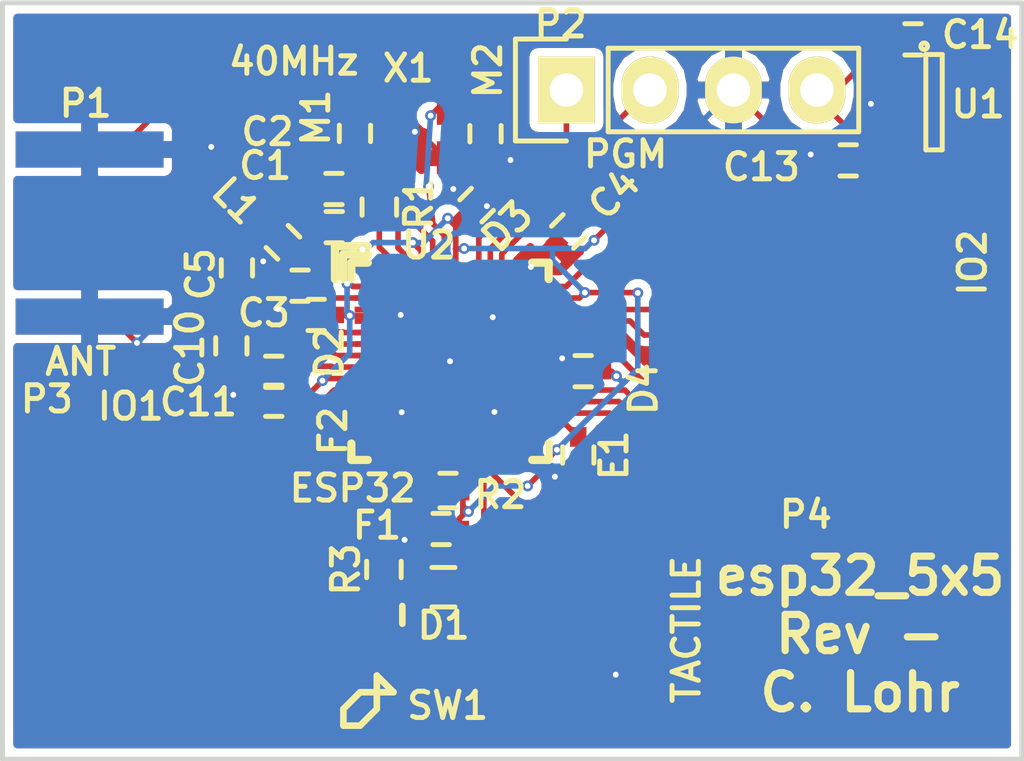
<source format=kicad_pcb>
(kicad_pcb (version 4) (host pcbnew 4.0.5-e0-6337~49~ubuntu16.04.1)

  (general
    (links 83)
    (no_connects 0)
    (area 139.924999 71.838312 171.231641 95.075001)
    (thickness 1.6)
    (drawings 13)
    (tracks 433)
    (zones 0)
    (modules 30)
    (nets 37)
  )

  (page A4)
  (layers
    (0 F.Cu signal)
    (31 B.Cu signal)
    (32 B.Adhes user)
    (33 F.Adhes user)
    (34 B.Paste user)
    (35 F.Paste user)
    (36 B.SilkS user)
    (37 F.SilkS user)
    (38 B.Mask user)
    (39 F.Mask user)
    (40 Dwgs.User user)
    (41 Cmts.User user)
    (42 Eco1.User user)
    (43 Eco2.User user)
    (44 Edge.Cuts user)
    (45 Margin user)
    (46 B.CrtYd user)
    (47 F.CrtYd user)
    (48 B.Fab user)
    (49 F.Fab user hide)
  )

  (setup
    (last_trace_width 0.170688)
    (trace_clearance 0.170688)
    (zone_clearance 0.254)
    (zone_45_only no)
    (trace_min 0.1651)
    (segment_width 0.2)
    (edge_width 0.15)
    (via_size 0.3302)
    (via_drill 0.1778)
    (via_min_size 0.3048)
    (via_min_drill 0.1524)
    (uvia_size 0.3)
    (uvia_drill 0.1)
    (uvias_allowed no)
    (uvia_min_size 0)
    (uvia_min_drill 0)
    (pcb_text_width 0.3)
    (pcb_text_size 1.5 1.5)
    (mod_edge_width 0.15)
    (mod_text_size 0.8 0.8)
    (mod_text_width 0.15)
    (pad_size 1.1 4.5)
    (pad_drill 0)
    (pad_to_mask_clearance 0.15)
    (aux_axis_origin 0 0)
    (visible_elements FFFFFF7F)
    (pcbplotparams
      (layerselection 0x010f8_80000001)
      (usegerberextensions true)
      (excludeedgelayer true)
      (linewidth 0.100000)
      (plotframeref false)
      (viasonmask false)
      (mode 1)
      (useauxorigin false)
      (hpglpennumber 1)
      (hpglpenspeed 20)
      (hpglpendiameter 15)
      (hpglpenoverlay 2)
      (psnegative false)
      (psa4output false)
      (plotreference true)
      (plotvalue true)
      (plotinvisibletext false)
      (padsonsilk false)
      (subtractmaskfromsilk false)
      (outputformat 1)
      (mirror false)
      (drillshape 0)
      (scaleselection 1)
      (outputdirectory esp32_5x5_rev-))
  )

  (net 0 "")
  (net 1 GND)
  (net 2 "Net-(C1-Pad2)")
  (net 3 "Net-(C2-Pad1)")
  (net 4 "Net-(C3-Pad1)")
  (net 5 "Net-(C3-Pad2)")
  (net 6 VCC)
  (net 7 +5V)
  (net 8 "Net-(D1-Pad1)")
  (net 9 "Net-(C10-Pad1)")
  (net 10 "Net-(C10-Pad2)")
  (net 11 "Net-(C11-Pad1)")
  (net 12 "Net-(C11-Pad2)")
  (net 13 "Net-(D1-Pad2)")
  (net 14 TX)
  (net 15 RX)
  (net 16 "Net-(P3-Pad1)")
  (net 17 "Net-(P3-Pad2)")
  (net 18 "Net-(P3-Pad3)")
  (net 19 "Net-(P3-Pad4)")
  (net 20 "Net-(P3-Pad5)")
  (net 21 "Net-(P3-Pad6)")
  (net 22 "Net-(P3-Pad7)")
  (net 23 "Net-(P3-Pad8)")
  (net 24 "Net-(P4-Pad1)")
  (net 25 "Net-(P4-Pad2)")
  (net 26 "Net-(P4-Pad3)")
  (net 27 "Net-(P4-Pad4)")
  (net 28 "Net-(P4-Pad5)")
  (net 29 "Net-(P4-Pad6)")
  (net 30 "Net-(P4-Pad7)")
  (net 31 "Net-(P4-Pad8)")
  (net 32 "Net-(R2-Pad2)")
  (net 33 "Net-(SW1-Pad2)")
  (net 34 "Net-(E1-Pad1)")
  (net 35 "Net-(M1-Pad1)")
  (net 36 "Net-(M2-Pad1)")

  (net_class Default "This is the default net class."
    (clearance 0.170688)
    (trace_width 0.170688)
    (via_dia 0.3302)
    (via_drill 0.1778)
    (uvia_dia 0.3)
    (uvia_drill 0.1)
    (add_net +5V)
    (add_net GND)
    (add_net "Net-(C1-Pad2)")
    (add_net "Net-(C10-Pad1)")
    (add_net "Net-(C10-Pad2)")
    (add_net "Net-(C11-Pad1)")
    (add_net "Net-(C11-Pad2)")
    (add_net "Net-(C2-Pad1)")
    (add_net "Net-(C3-Pad1)")
    (add_net "Net-(C3-Pad2)")
    (add_net "Net-(D1-Pad1)")
    (add_net "Net-(D1-Pad2)")
    (add_net "Net-(E1-Pad1)")
    (add_net "Net-(M1-Pad1)")
    (add_net "Net-(M2-Pad1)")
    (add_net "Net-(P3-Pad1)")
    (add_net "Net-(P3-Pad2)")
    (add_net "Net-(P3-Pad3)")
    (add_net "Net-(P3-Pad4)")
    (add_net "Net-(P3-Pad5)")
    (add_net "Net-(P3-Pad6)")
    (add_net "Net-(P3-Pad7)")
    (add_net "Net-(P3-Pad8)")
    (add_net "Net-(P4-Pad1)")
    (add_net "Net-(P4-Pad2)")
    (add_net "Net-(P4-Pad3)")
    (add_net "Net-(P4-Pad4)")
    (add_net "Net-(P4-Pad5)")
    (add_net "Net-(P4-Pad6)")
    (add_net "Net-(P4-Pad7)")
    (add_net "Net-(P4-Pad8)")
    (add_net "Net-(R2-Pad2)")
    (add_net "Net-(SW1-Pad2)")
    (add_net RX)
    (add_net TX)
    (add_net VCC)
  )

  (module C_0402 (layer F.Cu) (tedit 59094D8A) (tstamp 5915F743)
    (at 150.09 78.82)
    (descr "Capacitor SMD 0402, reflow soldering, AVX (see smccp.pdf)")
    (tags "capacitor 0402")
    (path /59092054)
    (attr smd)
    (fp_text reference C1 (at -2.1 -1.87) (layer F.SilkS)
      (effects (font (size 0.8 0.8) (thickness 0.15)))
    )
    (fp_text value 10n (at 0 1.7) (layer F.Fab) hide
      (effects (font (size 0.8 0.8) (thickness 0.15)))
    )
    (fp_line (start -0.5 0.25) (end -0.5 -0.25) (layer F.Fab) (width 0.15))
    (fp_line (start 0.5 0.25) (end -0.5 0.25) (layer F.Fab) (width 0.15))
    (fp_line (start 0.5 -0.25) (end 0.5 0.25) (layer F.Fab) (width 0.15))
    (fp_line (start -0.5 -0.25) (end 0.5 -0.25) (layer F.Fab) (width 0.15))
    (fp_line (start -1.15 -0.6) (end 1.15 -0.6) (layer F.CrtYd) (width 0.05))
    (fp_line (start -1.15 0.6) (end 1.15 0.6) (layer F.CrtYd) (width 0.05))
    (fp_line (start -1.15 -0.6) (end -1.15 0.6) (layer F.CrtYd) (width 0.05))
    (fp_line (start 1.15 -0.6) (end 1.15 0.6) (layer F.CrtYd) (width 0.05))
    (fp_line (start 0.25 -0.475) (end -0.25 -0.475) (layer F.SilkS) (width 0.15))
    (fp_line (start -0.25 0.475) (end 0.25 0.475) (layer F.SilkS) (width 0.15))
    (pad 1 smd rect (at -0.55 0) (size 0.6 0.5) (layers F.Cu F.Paste F.Mask)
      (net 1 GND))
    (pad 2 smd rect (at 0.55 0) (size 0.6 0.5) (layers F.Cu F.Paste F.Mask)
      (net 2 "Net-(C1-Pad2)"))
    (model Capacitors_SMD.3dshapes/C_0402.wrl
      (at (xyz 0 0 0))
      (scale (xyz 1 1 1))
      (rotate (xyz 0 0 0))
    )
  )

  (module C_0402 (layer F.Cu) (tedit 59094D14) (tstamp 5915F753)
    (at 150.08 77.66 180)
    (descr "Capacitor SMD 0402, reflow soldering, AVX (see smccp.pdf)")
    (tags "capacitor 0402")
    (path /590920D8)
    (attr smd)
    (fp_text reference C2 (at 2.02 1.74 180) (layer F.SilkS)
      (effects (font (size 0.8 0.8) (thickness 0.15)))
    )
    (fp_text value 3.3nF (at 0 1.7 180) (layer F.Fab) hide
      (effects (font (size 0.8 0.8) (thickness 0.15)))
    )
    (fp_line (start -0.5 0.25) (end -0.5 -0.25) (layer F.Fab) (width 0.15))
    (fp_line (start 0.5 0.25) (end -0.5 0.25) (layer F.Fab) (width 0.15))
    (fp_line (start 0.5 -0.25) (end 0.5 0.25) (layer F.Fab) (width 0.15))
    (fp_line (start -0.5 -0.25) (end 0.5 -0.25) (layer F.Fab) (width 0.15))
    (fp_line (start -1.15 -0.6) (end 1.15 -0.6) (layer F.CrtYd) (width 0.05))
    (fp_line (start -1.15 0.6) (end 1.15 0.6) (layer F.CrtYd) (width 0.05))
    (fp_line (start -1.15 -0.6) (end -1.15 0.6) (layer F.CrtYd) (width 0.05))
    (fp_line (start 1.15 -0.6) (end 1.15 0.6) (layer F.CrtYd) (width 0.05))
    (fp_line (start 0.25 -0.475) (end -0.25 -0.475) (layer F.SilkS) (width 0.15))
    (fp_line (start -0.25 0.475) (end 0.25 0.475) (layer F.SilkS) (width 0.15))
    (pad 1 smd rect (at -0.55 0 180) (size 0.6 0.5) (layers F.Cu F.Paste F.Mask)
      (net 3 "Net-(C2-Pad1)"))
    (pad 2 smd rect (at 0.55 0 180) (size 0.6 0.5) (layers F.Cu F.Paste F.Mask)
      (net 2 "Net-(C1-Pad2)"))
    (model Capacitors_SMD.3dshapes/C_0402.wrl
      (at (xyz 0 0 0))
      (scale (xyz 1 1 1))
      (rotate (xyz 0 0 0))
    )
  )

  (module C_0402 (layer F.Cu) (tedit 59094DD7) (tstamp 5915F763)
    (at 149.05 80.6 180)
    (descr "Capacitor SMD 0402, reflow soldering, AVX (see smccp.pdf)")
    (tags "capacitor 0402")
    (path /59095A7B)
    (attr smd)
    (fp_text reference C3 (at 1.1 -0.83 180) (layer F.SilkS)
      (effects (font (size 0.8 0.8) (thickness 0.15)))
    )
    (fp_text value 3.9p (at 0 1.7 180) (layer F.Fab) hide
      (effects (font (size 0.8 0.8) (thickness 0.15)))
    )
    (fp_line (start -0.5 0.25) (end -0.5 -0.25) (layer F.Fab) (width 0.15))
    (fp_line (start 0.5 0.25) (end -0.5 0.25) (layer F.Fab) (width 0.15))
    (fp_line (start 0.5 -0.25) (end 0.5 0.25) (layer F.Fab) (width 0.15))
    (fp_line (start -0.5 -0.25) (end 0.5 -0.25) (layer F.Fab) (width 0.15))
    (fp_line (start -1.15 -0.6) (end 1.15 -0.6) (layer F.CrtYd) (width 0.05))
    (fp_line (start -1.15 0.6) (end 1.15 0.6) (layer F.CrtYd) (width 0.05))
    (fp_line (start -1.15 -0.6) (end -1.15 0.6) (layer F.CrtYd) (width 0.05))
    (fp_line (start 1.15 -0.6) (end 1.15 0.6) (layer F.CrtYd) (width 0.05))
    (fp_line (start 0.25 -0.475) (end -0.25 -0.475) (layer F.SilkS) (width 0.15))
    (fp_line (start -0.25 0.475) (end 0.25 0.475) (layer F.SilkS) (width 0.15))
    (pad 1 smd rect (at -0.55 0 180) (size 0.6 0.5) (layers F.Cu F.Paste F.Mask)
      (net 4 "Net-(C3-Pad1)"))
    (pad 2 smd rect (at 0.55 0 180) (size 0.6 0.5) (layers F.Cu F.Paste F.Mask)
      (net 5 "Net-(C3-Pad2)"))
    (model Capacitors_SMD.3dshapes/C_0402.wrl
      (at (xyz 0 0 0))
      (scale (xyz 1 1 1))
      (rotate (xyz 0 0 0))
    )
  )

  (module C_0402 (layer F.Cu) (tedit 59094CCD) (tstamp 5915F773)
    (at 157.21 78.95 225)
    (descr "Capacitor SMD 0402, reflow soldering, AVX (see smccp.pdf)")
    (tags "capacitor 0402")
    (path /59094CEC)
    (attr smd)
    (fp_text reference C4 (at -1.781909 -0.183848 225) (layer F.SilkS)
      (effects (font (size 0.8 0.8) (thickness 0.15)))
    )
    (fp_text value .1n (at 0 1.7 225) (layer F.Fab) hide
      (effects (font (size 0.8 0.8) (thickness 0.15)))
    )
    (fp_line (start -0.5 0.25) (end -0.5 -0.25) (layer F.Fab) (width 0.15))
    (fp_line (start 0.5 0.25) (end -0.5 0.25) (layer F.Fab) (width 0.15))
    (fp_line (start 0.5 -0.25) (end 0.5 0.25) (layer F.Fab) (width 0.15))
    (fp_line (start -0.5 -0.25) (end 0.5 -0.25) (layer F.Fab) (width 0.15))
    (fp_line (start -1.15 -0.6) (end 1.15 -0.6) (layer F.CrtYd) (width 0.05))
    (fp_line (start -1.15 0.6) (end 1.15 0.6) (layer F.CrtYd) (width 0.05))
    (fp_line (start -1.15 -0.6) (end -1.15 0.6) (layer F.CrtYd) (width 0.05))
    (fp_line (start 1.15 -0.6) (end 1.15 0.6) (layer F.CrtYd) (width 0.05))
    (fp_line (start 0.25 -0.475) (end -0.25 -0.475) (layer F.SilkS) (width 0.15))
    (fp_line (start -0.25 0.475) (end 0.25 0.475) (layer F.SilkS) (width 0.15))
    (pad 1 smd rect (at -0.55 0 225) (size 0.6 0.5) (layers F.Cu F.Paste F.Mask)
      (net 6 VCC))
    (pad 2 smd rect (at 0.55 0 225) (size 0.6 0.5) (layers F.Cu F.Paste F.Mask)
      (net 1 GND))
    (model Capacitors_SMD.3dshapes/C_0402.wrl
      (at (xyz 0 0 0))
      (scale (xyz 1 1 1))
      (rotate (xyz 0 0 0))
    )
  )

  (module C_0402 (layer F.Cu) (tedit 59094DA6) (tstamp 5915F783)
    (at 149.54 81.49 180)
    (descr "Capacitor SMD 0402, reflow soldering, AVX (see smccp.pdf)")
    (tags "capacitor 0402")
    (path /59094FC4)
    (attr smd)
    (fp_text reference D2 (at -0.4 -1.15 270) (layer F.SilkS)
      (effects (font (size 0.8 0.8) (thickness 0.15)))
    )
    (fp_text value .1u (at 0 1.7 180) (layer F.Fab) hide
      (effects (font (size 0.8 0.8) (thickness 0.15)))
    )
    (fp_line (start -0.5 0.25) (end -0.5 -0.25) (layer F.Fab) (width 0.15))
    (fp_line (start 0.5 0.25) (end -0.5 0.25) (layer F.Fab) (width 0.15))
    (fp_line (start 0.5 -0.25) (end 0.5 0.25) (layer F.Fab) (width 0.15))
    (fp_line (start -0.5 -0.25) (end 0.5 -0.25) (layer F.Fab) (width 0.15))
    (fp_line (start -1.15 -0.6) (end 1.15 -0.6) (layer F.CrtYd) (width 0.05))
    (fp_line (start -1.15 0.6) (end 1.15 0.6) (layer F.CrtYd) (width 0.05))
    (fp_line (start -1.15 -0.6) (end -1.15 0.6) (layer F.CrtYd) (width 0.05))
    (fp_line (start 1.15 -0.6) (end 1.15 0.6) (layer F.CrtYd) (width 0.05))
    (fp_line (start 0.25 -0.475) (end -0.25 -0.475) (layer F.SilkS) (width 0.15))
    (fp_line (start -0.25 0.475) (end 0.25 0.475) (layer F.SilkS) (width 0.15))
    (pad 1 smd rect (at -0.55 0 180) (size 0.6 0.5) (layers F.Cu F.Paste F.Mask)
      (net 6 VCC))
    (pad 2 smd rect (at 0.55 0 180) (size 0.6 0.5) (layers F.Cu F.Paste F.Mask)
      (net 1 GND))
    (model Capacitors_SMD.3dshapes/C_0402.wrl
      (at (xyz 0 0 0))
      (scale (xyz 1 1 1))
      (rotate (xyz 0 0 0))
    )
  )

  (module C_0402 (layer F.Cu) (tedit 59094DF7) (tstamp 5915F793)
    (at 153.34 88 180)
    (descr "Capacitor SMD 0402, reflow soldering, AVX (see smccp.pdf)")
    (tags "capacitor 0402")
    (path /5909524D)
    (attr smd)
    (fp_text reference F1 (at 1.95 0.11 360) (layer F.SilkS)
      (effects (font (size 0.8 0.8) (thickness 0.15)))
    )
    (fp_text value 10u (at 0 1.7 180) (layer F.Fab) hide
      (effects (font (size 0.8 0.8) (thickness 0.15)))
    )
    (fp_line (start -0.5 0.25) (end -0.5 -0.25) (layer F.Fab) (width 0.15))
    (fp_line (start 0.5 0.25) (end -0.5 0.25) (layer F.Fab) (width 0.15))
    (fp_line (start 0.5 -0.25) (end 0.5 0.25) (layer F.Fab) (width 0.15))
    (fp_line (start -0.5 -0.25) (end 0.5 -0.25) (layer F.Fab) (width 0.15))
    (fp_line (start -1.15 -0.6) (end 1.15 -0.6) (layer F.CrtYd) (width 0.05))
    (fp_line (start -1.15 0.6) (end 1.15 0.6) (layer F.CrtYd) (width 0.05))
    (fp_line (start -1.15 -0.6) (end -1.15 0.6) (layer F.CrtYd) (width 0.05))
    (fp_line (start 1.15 -0.6) (end 1.15 0.6) (layer F.CrtYd) (width 0.05))
    (fp_line (start 0.25 -0.475) (end -0.25 -0.475) (layer F.SilkS) (width 0.15))
    (fp_line (start -0.25 0.475) (end 0.25 0.475) (layer F.SilkS) (width 0.15))
    (pad 1 smd rect (at -0.55 0 180) (size 0.6 0.5) (layers F.Cu F.Paste F.Mask)
      (net 6 VCC))
    (pad 2 smd rect (at 0.55 0 180) (size 0.6 0.5) (layers F.Cu F.Paste F.Mask)
      (net 1 GND))
    (model Capacitors_SMD.3dshapes/C_0402.wrl
      (at (xyz 0 0 0))
      (scale (xyz 1 1 1))
      (rotate (xyz 0 0 0))
    )
  )

  (module C_0402 (layer F.Cu) (tedit 59094DBB) (tstamp 5915F7A3)
    (at 147.13 80.06 90)
    (descr "Capacitor SMD 0402, reflow soldering, AVX (see smccp.pdf)")
    (tags "capacitor 0402")
    (path /59095885)
    (attr smd)
    (fp_text reference C5 (at -0.19 -1.11 90) (layer F.SilkS)
      (effects (font (size 0.8 0.8) (thickness 0.15)))
    )
    (fp_text value 2.4p (at 0 1.7 90) (layer F.Fab) hide
      (effects (font (size 0.8 0.8) (thickness 0.15)))
    )
    (fp_line (start -0.5 0.25) (end -0.5 -0.25) (layer F.Fab) (width 0.15))
    (fp_line (start 0.5 0.25) (end -0.5 0.25) (layer F.Fab) (width 0.15))
    (fp_line (start 0.5 -0.25) (end 0.5 0.25) (layer F.Fab) (width 0.15))
    (fp_line (start -0.5 -0.25) (end 0.5 -0.25) (layer F.Fab) (width 0.15))
    (fp_line (start -1.15 -0.6) (end 1.15 -0.6) (layer F.CrtYd) (width 0.05))
    (fp_line (start -1.15 0.6) (end 1.15 0.6) (layer F.CrtYd) (width 0.05))
    (fp_line (start -1.15 -0.6) (end -1.15 0.6) (layer F.CrtYd) (width 0.05))
    (fp_line (start 1.15 -0.6) (end 1.15 0.6) (layer F.CrtYd) (width 0.05))
    (fp_line (start 0.25 -0.475) (end -0.25 -0.475) (layer F.SilkS) (width 0.15))
    (fp_line (start -0.25 0.475) (end 0.25 0.475) (layer F.SilkS) (width 0.15))
    (pad 1 smd rect (at -0.55 0 90) (size 0.6 0.5) (layers F.Cu F.Paste F.Mask)
      (net 5 "Net-(C3-Pad2)"))
    (pad 2 smd rect (at 0.55 0 90) (size 0.6 0.5) (layers F.Cu F.Paste F.Mask)
      (net 1 GND))
    (model Capacitors_SMD.3dshapes/C_0402.wrl
      (at (xyz 0 0 0))
      (scale (xyz 1 1 1))
      (rotate (xyz 0 0 0))
    )
  )

  (module C_0402 (layer F.Cu) (tedit 59094CDB) (tstamp 5915F7B3)
    (at 150.72 75.97 90)
    (descr "Capacitor SMD 0402, reflow soldering, AVX (see smccp.pdf)")
    (tags "capacitor 0402")
    (path /59091DA4)
    (attr smd)
    (fp_text reference M1 (at 0.48 -1.19 90) (layer F.SilkS)
      (effects (font (size 0.8 0.8) (thickness 0.15)))
    )
    (fp_text value 10p (at 0.09 -3.12 90) (layer F.Fab) hide
      (effects (font (size 0.8 0.8) (thickness 0.15)))
    )
    (fp_line (start -0.5 0.25) (end -0.5 -0.25) (layer F.Fab) (width 0.15))
    (fp_line (start 0.5 0.25) (end -0.5 0.25) (layer F.Fab) (width 0.15))
    (fp_line (start 0.5 -0.25) (end 0.5 0.25) (layer F.Fab) (width 0.15))
    (fp_line (start -0.5 -0.25) (end 0.5 -0.25) (layer F.Fab) (width 0.15))
    (fp_line (start -1.15 -0.6) (end 1.15 -0.6) (layer F.CrtYd) (width 0.05))
    (fp_line (start -1.15 0.6) (end 1.15 0.6) (layer F.CrtYd) (width 0.05))
    (fp_line (start -1.15 -0.6) (end -1.15 0.6) (layer F.CrtYd) (width 0.05))
    (fp_line (start 1.15 -0.6) (end 1.15 0.6) (layer F.CrtYd) (width 0.05))
    (fp_line (start 0.25 -0.475) (end -0.25 -0.475) (layer F.SilkS) (width 0.15))
    (fp_line (start -0.25 0.475) (end 0.25 0.475) (layer F.SilkS) (width 0.15))
    (pad 1 smd rect (at -0.55 0 90) (size 0.6 0.5) (layers F.Cu F.Paste F.Mask)
      (net 35 "Net-(M1-Pad1)"))
    (pad 2 smd rect (at 0.55 0 90) (size 0.6 0.5) (layers F.Cu F.Paste F.Mask)
      (net 1 GND))
    (model Capacitors_SMD.3dshapes/C_0402.wrl
      (at (xyz 0 0 0))
      (scale (xyz 1 1 1))
      (rotate (xyz 0 0 0))
    )
  )

  (module C_0402 (layer F.Cu) (tedit 59094CDF) (tstamp 5915F7C3)
    (at 154.69 75.98 270)
    (descr "Capacitor SMD 0402, reflow soldering, AVX (see smccp.pdf)")
    (tags "capacitor 0402")
    (path /590940D3)
    (attr smd)
    (fp_text reference M2 (at -1.93 -0.07 270) (layer F.SilkS)
      (effects (font (size 0.8 0.8) (thickness 0.15)))
    )
    (fp_text value 10p (at 0 1.7 270) (layer F.Fab) hide
      (effects (font (size 0.8 0.8) (thickness 0.15)))
    )
    (fp_line (start -0.5 0.25) (end -0.5 -0.25) (layer F.Fab) (width 0.15))
    (fp_line (start 0.5 0.25) (end -0.5 0.25) (layer F.Fab) (width 0.15))
    (fp_line (start 0.5 -0.25) (end 0.5 0.25) (layer F.Fab) (width 0.15))
    (fp_line (start -0.5 -0.25) (end 0.5 -0.25) (layer F.Fab) (width 0.15))
    (fp_line (start -1.15 -0.6) (end 1.15 -0.6) (layer F.CrtYd) (width 0.05))
    (fp_line (start -1.15 0.6) (end 1.15 0.6) (layer F.CrtYd) (width 0.05))
    (fp_line (start -1.15 -0.6) (end -1.15 0.6) (layer F.CrtYd) (width 0.05))
    (fp_line (start 1.15 -0.6) (end 1.15 0.6) (layer F.CrtYd) (width 0.05))
    (fp_line (start 0.25 -0.475) (end -0.25 -0.475) (layer F.SilkS) (width 0.15))
    (fp_line (start -0.25 0.475) (end 0.25 0.475) (layer F.SilkS) (width 0.15))
    (pad 1 smd rect (at -0.55 0 270) (size 0.6 0.5) (layers F.Cu F.Paste F.Mask)
      (net 36 "Net-(M2-Pad1)"))
    (pad 2 smd rect (at 0.55 0 270) (size 0.6 0.5) (layers F.Cu F.Paste F.Mask)
      (net 1 GND))
    (model Capacitors_SMD.3dshapes/C_0402.wrl
      (at (xyz 0 0 0))
      (scale (xyz 1 1 1))
      (rotate (xyz 0 0 0))
    )
  )

  (module C_0402 (layer F.Cu) (tedit 59094D86) (tstamp 5915F7D3)
    (at 146.96 82.43 90)
    (descr "Capacitor SMD 0402, reflow soldering, AVX (see smccp.pdf)")
    (tags "capacitor 0402")
    (path /59095C61)
    (attr smd)
    (fp_text reference C10 (at -0.07 -1.26 90) (layer F.SilkS)
      (effects (font (size 0.8 0.8) (thickness 0.15)))
    )
    (fp_text value 270p (at 0 1.7 90) (layer F.Fab) hide
      (effects (font (size 0.8 0.8) (thickness 0.15)))
    )
    (fp_line (start -0.5 0.25) (end -0.5 -0.25) (layer F.Fab) (width 0.15))
    (fp_line (start 0.5 0.25) (end -0.5 0.25) (layer F.Fab) (width 0.15))
    (fp_line (start 0.5 -0.25) (end 0.5 0.25) (layer F.Fab) (width 0.15))
    (fp_line (start -0.5 -0.25) (end 0.5 -0.25) (layer F.Fab) (width 0.15))
    (fp_line (start -1.15 -0.6) (end 1.15 -0.6) (layer F.CrtYd) (width 0.05))
    (fp_line (start -1.15 0.6) (end 1.15 0.6) (layer F.CrtYd) (width 0.05))
    (fp_line (start -1.15 -0.6) (end -1.15 0.6) (layer F.CrtYd) (width 0.05))
    (fp_line (start 1.15 -0.6) (end 1.15 0.6) (layer F.CrtYd) (width 0.05))
    (fp_line (start 0.25 -0.475) (end -0.25 -0.475) (layer F.SilkS) (width 0.15))
    (fp_line (start -0.25 0.475) (end 0.25 0.475) (layer F.SilkS) (width 0.15))
    (pad 1 smd rect (at -0.55 0 90) (size 0.6 0.5) (layers F.Cu F.Paste F.Mask)
      (net 9 "Net-(C10-Pad1)"))
    (pad 2 smd rect (at 0.55 0 90) (size 0.6 0.5) (layers F.Cu F.Paste F.Mask)
      (net 10 "Net-(C10-Pad2)"))
    (model Capacitors_SMD.3dshapes/C_0402.wrl
      (at (xyz 0 0 0))
      (scale (xyz 1 1 1))
      (rotate (xyz 0 0 0))
    )
  )

  (module C_0402 (layer F.Cu) (tedit 59094D80) (tstamp 5915F7E3)
    (at 148.25 83.22 180)
    (descr "Capacitor SMD 0402, reflow soldering, AVX (see smccp.pdf)")
    (tags "capacitor 0402")
    (path /59095DB9)
    (attr smd)
    (fp_text reference C11 (at 2.29 -0.92 180) (layer F.SilkS)
      (effects (font (size 0.8 0.8) (thickness 0.15)))
    )
    (fp_text value 270p (at 0 1.7 180) (layer F.Fab) hide
      (effects (font (size 0.8 0.8) (thickness 0.15)))
    )
    (fp_line (start -0.5 0.25) (end -0.5 -0.25) (layer F.Fab) (width 0.15))
    (fp_line (start 0.5 0.25) (end -0.5 0.25) (layer F.Fab) (width 0.15))
    (fp_line (start 0.5 -0.25) (end 0.5 0.25) (layer F.Fab) (width 0.15))
    (fp_line (start -0.5 -0.25) (end 0.5 -0.25) (layer F.Fab) (width 0.15))
    (fp_line (start -1.15 -0.6) (end 1.15 -0.6) (layer F.CrtYd) (width 0.05))
    (fp_line (start -1.15 0.6) (end 1.15 0.6) (layer F.CrtYd) (width 0.05))
    (fp_line (start -1.15 -0.6) (end -1.15 0.6) (layer F.CrtYd) (width 0.05))
    (fp_line (start 1.15 -0.6) (end 1.15 0.6) (layer F.CrtYd) (width 0.05))
    (fp_line (start 0.25 -0.475) (end -0.25 -0.475) (layer F.SilkS) (width 0.15))
    (fp_line (start -0.25 0.475) (end 0.25 0.475) (layer F.SilkS) (width 0.15))
    (pad 1 smd rect (at -0.55 0 180) (size 0.6 0.5) (layers F.Cu F.Paste F.Mask)
      (net 11 "Net-(C11-Pad1)"))
    (pad 2 smd rect (at 0.55 0 180) (size 0.6 0.5) (layers F.Cu F.Paste F.Mask)
      (net 12 "Net-(C11-Pad2)"))
    (model Capacitors_SMD.3dshapes/C_0402.wrl
      (at (xyz 0 0 0))
      (scale (xyz 1 1 1))
      (rotate (xyz 0 0 0))
    )
  )

  (module C_0402 (layer F.Cu) (tedit 59094D53) (tstamp 5915F7F3)
    (at 157.51 85.75 270)
    (descr "Capacitor SMD 0402, reflow soldering, AVX (see smccp.pdf)")
    (tags "capacitor 0402")
    (path /5909295D)
    (attr smd)
    (fp_text reference E1 (at 0.01 -1.09 270) (layer F.SilkS)
      (effects (font (size 0.8 0.8) (thickness 0.15)))
    )
    (fp_text value 1u (at 0 1.7 270) (layer F.Fab) hide
      (effects (font (size 0.8 0.8) (thickness 0.15)))
    )
    (fp_line (start -0.5 0.25) (end -0.5 -0.25) (layer F.Fab) (width 0.15))
    (fp_line (start 0.5 0.25) (end -0.5 0.25) (layer F.Fab) (width 0.15))
    (fp_line (start 0.5 -0.25) (end 0.5 0.25) (layer F.Fab) (width 0.15))
    (fp_line (start -0.5 -0.25) (end 0.5 -0.25) (layer F.Fab) (width 0.15))
    (fp_line (start -1.15 -0.6) (end 1.15 -0.6) (layer F.CrtYd) (width 0.05))
    (fp_line (start -1.15 0.6) (end 1.15 0.6) (layer F.CrtYd) (width 0.05))
    (fp_line (start -1.15 -0.6) (end -1.15 0.6) (layer F.CrtYd) (width 0.05))
    (fp_line (start 1.15 -0.6) (end 1.15 0.6) (layer F.CrtYd) (width 0.05))
    (fp_line (start 0.25 -0.475) (end -0.25 -0.475) (layer F.SilkS) (width 0.15))
    (fp_line (start -0.25 0.475) (end 0.25 0.475) (layer F.SilkS) (width 0.15))
    (pad 1 smd rect (at -0.55 0 270) (size 0.6 0.5) (layers F.Cu F.Paste F.Mask)
      (net 34 "Net-(E1-Pad1)"))
    (pad 2 smd rect (at 0.55 0 270) (size 0.6 0.5) (layers F.Cu F.Paste F.Mask)
      (net 1 GND))
    (model Capacitors_SMD.3dshapes/C_0402.wrl
      (at (xyz 0 0 0))
      (scale (xyz 1 1 1))
      (rotate (xyz 0 0 0))
    )
  )

  (module C_0402 (layer F.Cu) (tedit 59094CC9) (tstamp 5915F803)
    (at 165.72 76.79 180)
    (descr "Capacitor SMD 0402, reflow soldering, AVX (see smccp.pdf)")
    (tags "capacitor 0402")
    (path /5909ADDD)
    (attr smd)
    (fp_text reference C13 (at 2.64 -0.2 180) (layer F.SilkS)
      (effects (font (size 0.8 0.8) (thickness 0.15)))
    )
    (fp_text value .1u (at 0 1.7 180) (layer F.Fab) hide
      (effects (font (size 0.8 0.8) (thickness 0.15)))
    )
    (fp_line (start -0.5 0.25) (end -0.5 -0.25) (layer F.Fab) (width 0.15))
    (fp_line (start 0.5 0.25) (end -0.5 0.25) (layer F.Fab) (width 0.15))
    (fp_line (start 0.5 -0.25) (end 0.5 0.25) (layer F.Fab) (width 0.15))
    (fp_line (start -0.5 -0.25) (end 0.5 -0.25) (layer F.Fab) (width 0.15))
    (fp_line (start -1.15 -0.6) (end 1.15 -0.6) (layer F.CrtYd) (width 0.05))
    (fp_line (start -1.15 0.6) (end 1.15 0.6) (layer F.CrtYd) (width 0.05))
    (fp_line (start -1.15 -0.6) (end -1.15 0.6) (layer F.CrtYd) (width 0.05))
    (fp_line (start 1.15 -0.6) (end 1.15 0.6) (layer F.CrtYd) (width 0.05))
    (fp_line (start 0.25 -0.475) (end -0.25 -0.475) (layer F.SilkS) (width 0.15))
    (fp_line (start -0.25 0.475) (end 0.25 0.475) (layer F.SilkS) (width 0.15))
    (pad 1 smd rect (at -0.55 0 180) (size 0.6 0.5) (layers F.Cu F.Paste F.Mask)
      (net 7 +5V))
    (pad 2 smd rect (at 0.55 0 180) (size 0.6 0.5) (layers F.Cu F.Paste F.Mask)
      (net 1 GND))
    (model Capacitors_SMD.3dshapes/C_0402.wrl
      (at (xyz 0 0 0))
      (scale (xyz 1 1 1))
      (rotate (xyz 0 0 0))
    )
  )

  (module C_0402 (layer F.Cu) (tedit 59094CBF) (tstamp 5915F813)
    (at 167.69 73.11)
    (descr "Capacitor SMD 0402, reflow soldering, AVX (see smccp.pdf)")
    (tags "capacitor 0402")
    (path /5909AF04)
    (attr smd)
    (fp_text reference C14 (at 2.05 -0.14) (layer F.SilkS)
      (effects (font (size 0.8 0.8) (thickness 0.15)))
    )
    (fp_text value 10u (at 0 1.7) (layer F.Fab) hide
      (effects (font (size 0.8 0.8) (thickness 0.15)))
    )
    (fp_line (start -0.5 0.25) (end -0.5 -0.25) (layer F.Fab) (width 0.15))
    (fp_line (start 0.5 0.25) (end -0.5 0.25) (layer F.Fab) (width 0.15))
    (fp_line (start 0.5 -0.25) (end 0.5 0.25) (layer F.Fab) (width 0.15))
    (fp_line (start -0.5 -0.25) (end 0.5 -0.25) (layer F.Fab) (width 0.15))
    (fp_line (start -1.15 -0.6) (end 1.15 -0.6) (layer F.CrtYd) (width 0.05))
    (fp_line (start -1.15 0.6) (end 1.15 0.6) (layer F.CrtYd) (width 0.05))
    (fp_line (start -1.15 -0.6) (end -1.15 0.6) (layer F.CrtYd) (width 0.05))
    (fp_line (start 1.15 -0.6) (end 1.15 0.6) (layer F.CrtYd) (width 0.05))
    (fp_line (start 0.25 -0.475) (end -0.25 -0.475) (layer F.SilkS) (width 0.15))
    (fp_line (start -0.25 0.475) (end 0.25 0.475) (layer F.SilkS) (width 0.15))
    (pad 1 smd rect (at -0.55 0) (size 0.6 0.5) (layers F.Cu F.Paste F.Mask)
      (net 7 +5V))
    (pad 2 smd rect (at 0.55 0) (size 0.6 0.5) (layers F.Cu F.Paste F.Mask)
      (net 1 GND))
    (model Capacitors_SMD.3dshapes/C_0402.wrl
      (at (xyz 0 0 0))
      (scale (xyz 1 1 1))
      (rotate (xyz 0 0 0))
    )
  )

  (module C_0402 (layer F.Cu) (tedit 59094D83) (tstamp 5915F823)
    (at 148.25 84.1 180)
    (descr "Capacitor SMD 0402, reflow soldering, AVX (see smccp.pdf)")
    (tags "capacitor 0402")
    (path /5909B533)
    (attr smd)
    (fp_text reference F2 (at -1.8 -0.92 450) (layer F.SilkS)
      (effects (font (size 0.8 0.8) (thickness 0.15)))
    )
    (fp_text value 10u (at 0 1.7 180) (layer F.Fab) hide
      (effects (font (size 0.8 0.8) (thickness 0.15)))
    )
    (fp_line (start -0.5 0.25) (end -0.5 -0.25) (layer F.Fab) (width 0.15))
    (fp_line (start 0.5 0.25) (end -0.5 0.25) (layer F.Fab) (width 0.15))
    (fp_line (start 0.5 -0.25) (end 0.5 0.25) (layer F.Fab) (width 0.15))
    (fp_line (start -0.5 -0.25) (end 0.5 -0.25) (layer F.Fab) (width 0.15))
    (fp_line (start -1.15 -0.6) (end 1.15 -0.6) (layer F.CrtYd) (width 0.05))
    (fp_line (start -1.15 0.6) (end 1.15 0.6) (layer F.CrtYd) (width 0.05))
    (fp_line (start -1.15 -0.6) (end -1.15 0.6) (layer F.CrtYd) (width 0.05))
    (fp_line (start 1.15 -0.6) (end 1.15 0.6) (layer F.CrtYd) (width 0.05))
    (fp_line (start 0.25 -0.475) (end -0.25 -0.475) (layer F.SilkS) (width 0.15))
    (fp_line (start -0.25 0.475) (end 0.25 0.475) (layer F.SilkS) (width 0.15))
    (pad 1 smd rect (at -0.55 0 180) (size 0.6 0.5) (layers F.Cu F.Paste F.Mask)
      (net 6 VCC))
    (pad 2 smd rect (at 0.55 0 180) (size 0.6 0.5) (layers F.Cu F.Paste F.Mask)
      (net 1 GND))
    (model Capacitors_SMD.3dshapes/C_0402.wrl
      (at (xyz 0 0 0))
      (scale (xyz 1 1 1))
      (rotate (xyz 0 0 0))
    )
  )

  (module C_0402 (layer F.Cu) (tedit 59094CEC) (tstamp 5915F853)
    (at 154.42 78.15 45)
    (descr "Capacitor SMD 0402, reflow soldering, AVX (see smccp.pdf)")
    (tags "capacitor 0402")
    (path /5909B62D)
    (attr smd)
    (fp_text reference D3 (at 0.19799 1.117229 45) (layer F.SilkS)
      (effects (font (size 0.8 0.8) (thickness 0.15)))
    )
    (fp_text value .1u (at 0 1.7 45) (layer F.Fab) hide
      (effects (font (size 0.8 0.8) (thickness 0.15)))
    )
    (fp_line (start -0.5 0.25) (end -0.5 -0.25) (layer F.Fab) (width 0.15))
    (fp_line (start 0.5 0.25) (end -0.5 0.25) (layer F.Fab) (width 0.15))
    (fp_line (start 0.5 -0.25) (end 0.5 0.25) (layer F.Fab) (width 0.15))
    (fp_line (start -0.5 -0.25) (end 0.5 -0.25) (layer F.Fab) (width 0.15))
    (fp_line (start -1.15 -0.6) (end 1.15 -0.6) (layer F.CrtYd) (width 0.05))
    (fp_line (start -1.15 0.6) (end 1.15 0.6) (layer F.CrtYd) (width 0.05))
    (fp_line (start -1.15 -0.6) (end -1.15 0.6) (layer F.CrtYd) (width 0.05))
    (fp_line (start 1.15 -0.6) (end 1.15 0.6) (layer F.CrtYd) (width 0.05))
    (fp_line (start 0.25 -0.475) (end -0.25 -0.475) (layer F.SilkS) (width 0.15))
    (fp_line (start -0.25 0.475) (end 0.25 0.475) (layer F.SilkS) (width 0.15))
    (pad 1 smd rect (at -0.55 0 45) (size 0.6 0.5) (layers F.Cu F.Paste F.Mask)
      (net 6 VCC))
    (pad 2 smd rect (at 0.55 0 45) (size 0.6 0.5) (layers F.Cu F.Paste F.Mask)
      (net 1 GND))
    (model Capacitors_SMD.3dshapes/C_0402.wrl
      (at (xyz 0 0 0))
      (scale (xyz 1 1 1))
      (rotate (xyz 0 0 0))
    )
  )

  (module C_0402 (layer F.Cu) (tedit 59094D1E) (tstamp 5915F873)
    (at 157.66 83.2 180)
    (descr "Capacitor SMD 0402, reflow soldering, AVX (see smccp.pdf)")
    (tags "capacitor 0402")
    (path /5909B8A4)
    (attr smd)
    (fp_text reference D4 (at -1.83 -0.54 270) (layer F.SilkS)
      (effects (font (size 0.8 0.8) (thickness 0.15)))
    )
    (fp_text value .1u (at 0 1.7 180) (layer F.Fab) hide
      (effects (font (size 0.8 0.8) (thickness 0.15)))
    )
    (fp_line (start -0.5 0.25) (end -0.5 -0.25) (layer F.Fab) (width 0.15))
    (fp_line (start 0.5 0.25) (end -0.5 0.25) (layer F.Fab) (width 0.15))
    (fp_line (start 0.5 -0.25) (end 0.5 0.25) (layer F.Fab) (width 0.15))
    (fp_line (start -0.5 -0.25) (end 0.5 -0.25) (layer F.Fab) (width 0.15))
    (fp_line (start -1.15 -0.6) (end 1.15 -0.6) (layer F.CrtYd) (width 0.05))
    (fp_line (start -1.15 0.6) (end 1.15 0.6) (layer F.CrtYd) (width 0.05))
    (fp_line (start -1.15 -0.6) (end -1.15 0.6) (layer F.CrtYd) (width 0.05))
    (fp_line (start 1.15 -0.6) (end 1.15 0.6) (layer F.CrtYd) (width 0.05))
    (fp_line (start 0.25 -0.475) (end -0.25 -0.475) (layer F.SilkS) (width 0.15))
    (fp_line (start -0.25 0.475) (end 0.25 0.475) (layer F.SilkS) (width 0.15))
    (pad 1 smd rect (at -0.55 0 180) (size 0.6 0.5) (layers F.Cu F.Paste F.Mask)
      (net 6 VCC))
    (pad 2 smd rect (at 0.55 0 180) (size 0.6 0.5) (layers F.Cu F.Paste F.Mask)
      (net 1 GND))
    (model Capacitors_SMD.3dshapes/C_0402.wrl
      (at (xyz 0 0 0))
      (scale (xyz 1 1 1))
      (rotate (xyz 0 0 0))
    )
  )

  (module C_0603 (layer F.Cu) (tedit 59094EE2) (tstamp 5915F883)
    (at 153.41 89.77)
    (descr "Capacitor SMD 0603, reflow soldering, AVX (see smccp.pdf)")
    (tags "capacitor 0603")
    (path /590973E1)
    (attr smd)
    (fp_text reference D1 (at 0.006 1.162) (layer F.SilkS)
      (effects (font (size 0.8 0.8) (thickness 0.15)))
    )
    (fp_text value LED (at 0 1.9) (layer F.Fab)
      (effects (font (size 0.8 0.8) (thickness 0.15)))
    )
    (fp_line (start -0.8 0.4) (end -0.8 -0.4) (layer F.Fab) (width 0.15))
    (fp_line (start 0.8 0.4) (end -0.8 0.4) (layer F.Fab) (width 0.15))
    (fp_line (start 0.8 -0.4) (end 0.8 0.4) (layer F.Fab) (width 0.15))
    (fp_line (start -0.8 -0.4) (end 0.8 -0.4) (layer F.Fab) (width 0.15))
    (fp_line (start -1.45 -0.75) (end 1.45 -0.75) (layer F.CrtYd) (width 0.05))
    (fp_line (start -1.45 0.75) (end 1.45 0.75) (layer F.CrtYd) (width 0.05))
    (fp_line (start -1.45 -0.75) (end -1.45 0.75) (layer F.CrtYd) (width 0.05))
    (fp_line (start 1.45 -0.75) (end 1.45 0.75) (layer F.CrtYd) (width 0.05))
    (fp_line (start -0.35 -0.6) (end 0.35 -0.6) (layer F.SilkS) (width 0.15))
    (fp_line (start 0.35 0.6) (end -0.35 0.6) (layer F.SilkS) (width 0.15))
    (pad 1 smd rect (at -0.75 0) (size 0.8 0.75) (layers F.Cu F.Paste F.Mask)
      (net 8 "Net-(D1-Pad1)"))
    (pad 2 smd rect (at 0.75 0) (size 0.8 0.75) (layers F.Cu F.Paste F.Mask)
      (net 13 "Net-(D1-Pad2)"))
    (model Capacitors_SMD.3dshapes/C_0603.wrl
      (at (xyz 0 0 0))
      (scale (xyz 1 1 1))
      (rotate (xyz 0 0 0))
    )
  )

  (module C_0402 (layer F.Cu) (tedit 59094DCA) (tstamp 5915F893)
    (at 148.53 79.28 135)
    (descr "Capacitor SMD 0402, reflow soldering, AVX (see smccp.pdf)")
    (tags "capacitor 0402")
    (path /59096241)
    (attr smd)
    (fp_text reference L1 (at 1.902117 -0.120208 135) (layer F.SilkS)
      (effects (font (size 0.8 0.8) (thickness 0.15)))
    )
    (fp_text value 3.9nH (at 0 1.7 135) (layer F.Fab) hide
      (effects (font (size 0.8 0.8) (thickness 0.15)))
    )
    (fp_line (start -0.5 0.25) (end -0.5 -0.25) (layer F.Fab) (width 0.15))
    (fp_line (start 0.5 0.25) (end -0.5 0.25) (layer F.Fab) (width 0.15))
    (fp_line (start 0.5 -0.25) (end 0.5 0.25) (layer F.Fab) (width 0.15))
    (fp_line (start -0.5 -0.25) (end 0.5 -0.25) (layer F.Fab) (width 0.15))
    (fp_line (start -1.15 -0.6) (end 1.15 -0.6) (layer F.CrtYd) (width 0.05))
    (fp_line (start -1.15 0.6) (end 1.15 0.6) (layer F.CrtYd) (width 0.05))
    (fp_line (start -1.15 -0.6) (end -1.15 0.6) (layer F.CrtYd) (width 0.05))
    (fp_line (start 1.15 -0.6) (end 1.15 0.6) (layer F.CrtYd) (width 0.05))
    (fp_line (start 0.25 -0.475) (end -0.25 -0.475) (layer F.SilkS) (width 0.15))
    (fp_line (start -0.25 0.475) (end 0.25 0.475) (layer F.SilkS) (width 0.15))
    (pad 1 smd rect (at -0.55 0 135) (size 0.6 0.5) (layers F.Cu F.Paste F.Mask)
      (net 4 "Net-(C3-Pad1)"))
    (pad 2 smd rect (at 0.55 0 135) (size 0.6 0.5) (layers F.Cu F.Paste F.Mask)
      (net 1 GND))
    (model Capacitors_SMD.3dshapes/C_0402.wrl
      (at (xyz 0 0 0))
      (scale (xyz 1 1 1))
      (rotate (xyz 0 0 0))
    )
  )

  (module RPSMA_EDGE (layer F.Cu) (tedit 59094F81) (tstamp 5915F89C)
    (at 142.65 79)
    (path /5909A561)
    (fp_text reference P1 (at -0.12 -3.94 180) (layer F.SilkS)
      (effects (font (size 0.8 0.8) (thickness 0.15)))
    )
    (fp_text value ANT (at -0.27 3.91 180) (layer F.SilkS)
      (effects (font (size 0.8 0.8) (thickness 0.15)))
    )
    (pad 1 smd rect (at 0 -2.54 90) (size 1.1 4.5) (layers F.Cu F.Paste F.Mask)
      (net 1 GND))
    (pad 2 smd rect (at 0.75 0 90) (size 1.1 3.2) (layers F.Cu F.Paste F.Mask)
      (net 5 "Net-(C3-Pad2)"))
    (pad 1 smd rect (at 0 2.54 90) (size 1.1 4.5) (layers F.Cu F.Paste F.Mask)
      (net 1 GND))
    (pad 1 smd rect (at 0 -2.54 90) (size 1.1 4.5) (layers *.Mask B.Cu F.Paste)
      (net 1 GND))
    (pad 1 smd rect (at 0 2.54 90) (size 1.1 4.5) (layers *.Mask B.Cu F.Paste)
      (net 1 GND))
  )

  (module Pin_Header_Straight_1x04 (layer F.Cu) (tedit 59094ED9) (tstamp 5915F8AF)
    (at 157.15 74.65 90)
    (descr "Through hole pin header")
    (tags "pin header")
    (path /59099B23)
    (fp_text reference P2 (at 2.006 -0.178 180) (layer F.SilkS)
      (effects (font (size 0.8 0.8) (thickness 0.15)))
    )
    (fp_text value PGM (at -1.95 1.8 180) (layer F.SilkS)
      (effects (font (size 0.8 0.8) (thickness 0.15)))
    )
    (fp_line (start -1.75 -1.75) (end -1.75 9.4) (layer F.CrtYd) (width 0.05))
    (fp_line (start 1.75 -1.75) (end 1.75 9.4) (layer F.CrtYd) (width 0.05))
    (fp_line (start -1.75 -1.75) (end 1.75 -1.75) (layer F.CrtYd) (width 0.05))
    (fp_line (start -1.75 9.4) (end 1.75 9.4) (layer F.CrtYd) (width 0.05))
    (fp_line (start -1.27 1.27) (end -1.27 8.89) (layer F.SilkS) (width 0.15))
    (fp_line (start 1.27 1.27) (end 1.27 8.89) (layer F.SilkS) (width 0.15))
    (fp_line (start 1.55 -1.55) (end 1.55 0) (layer F.SilkS) (width 0.15))
    (fp_line (start -1.27 8.89) (end 1.27 8.89) (layer F.SilkS) (width 0.15))
    (fp_line (start 1.27 1.27) (end -1.27 1.27) (layer F.SilkS) (width 0.15))
    (fp_line (start -1.55 0) (end -1.55 -1.55) (layer F.SilkS) (width 0.15))
    (fp_line (start -1.55 -1.55) (end 1.55 -1.55) (layer F.SilkS) (width 0.15))
    (pad 1 thru_hole rect (at 0 0 90) (size 2.032 1.7272) (drill 1.016) (layers *.Cu *.Mask F.SilkS)
      (net 14 TX))
    (pad 2 thru_hole oval (at 0 2.54 90) (size 2.032 1.7272) (drill 1.016) (layers *.Cu *.Mask F.SilkS)
      (net 15 RX))
    (pad 3 thru_hole oval (at 0 5.08 90) (size 2.032 1.7272) (drill 1.016) (layers *.Cu *.Mask F.SilkS)
      (net 1 GND))
    (pad 4 thru_hole oval (at 0 7.62 90) (size 2.032 1.7272) (drill 1.016) (layers *.Cu *.Mask F.SilkS)
      (net 7 +5V))
    (model Pin_Headers.3dshapes/Pin_Header_Straight_1x04.wrl
      (at (xyz 0 -0.15 0))
      (scale (xyz 1 1 1))
      (rotate (xyz 0 0 90))
    )
  )

  (module RIBBON8SMT (layer F.Cu) (tedit 59094D28) (tstamp 5915F8BB)
    (at 145.17 89.35 270)
    (path /59099224)
    (fp_text reference P3 (at -5.3 3.82 360) (layer F.SilkS)
      (effects (font (size 0.8 0.8) (thickness 0.15)))
    )
    (fp_text value IO1 (at -5.08 1.27 360) (layer F.SilkS)
      (effects (font (size 0.8 0.8) (thickness 0.15)))
    )
    (pad 1 smd trapezoid (at -3.81 2.54 270) (size 0.9652 2.8194) (layers F.Cu F.Paste F.Mask)
      (net 16 "Net-(P3-Pad1)"))
    (pad 2 smd trapezoid (at -3.81 -2.54 270) (size 0.9652 2.8194) (layers F.Cu F.Paste F.Mask)
      (net 17 "Net-(P3-Pad2)"))
    (pad 3 smd trapezoid (at -1.27 2.54 270) (size 0.9652 2.8194) (layers F.Cu F.Paste F.Mask)
      (net 18 "Net-(P3-Pad3)"))
    (pad 4 smd trapezoid (at -1.27 -2.54 270) (size 0.9652 2.8194) (layers F.Cu F.Paste F.Mask)
      (net 19 "Net-(P3-Pad4)"))
    (pad 5 smd trapezoid (at 1.27 2.54 270) (size 0.9652 2.8194) (layers F.Cu F.Paste F.Mask)
      (net 20 "Net-(P3-Pad5)"))
    (pad 6 smd trapezoid (at 1.27 -2.54 270) (size 0.9652 2.8194) (layers F.Cu F.Paste F.Mask)
      (net 21 "Net-(P3-Pad6)"))
    (pad 7 smd trapezoid (at 3.81 2.54 270) (size 0.9652 2.8194) (layers F.Cu F.Paste F.Mask)
      (net 22 "Net-(P3-Pad7)"))
    (pad 8 smd trapezoid (at 3.81 -2.54 270) (size 0.9652 2.8194) (layers F.Cu F.Paste F.Mask)
      (net 23 "Net-(P3-Pad8)"))
  )

  (module RIBBON8SMT (layer F.Cu) (tedit 59094ABF) (tstamp 5915F8C7)
    (at 164.43 82.48 270)
    (path /590989F2)
    (fp_text reference P4 (at 5.08 0 360) (layer F.SilkS)
      (effects (font (size 0.8 0.8) (thickness 0.15)))
    )
    (fp_text value IO2 (at -2.58 -5.07 450) (layer F.SilkS)
      (effects (font (size 0.8 0.8) (thickness 0.15)))
    )
    (pad 1 smd trapezoid (at -3.81 2.54 270) (size 0.9652 2.8194) (layers F.Cu F.Paste F.Mask)
      (net 24 "Net-(P4-Pad1)"))
    (pad 2 smd trapezoid (at -3.81 -2.54 270) (size 0.9652 2.8194) (layers F.Cu F.Paste F.Mask)
      (net 25 "Net-(P4-Pad2)"))
    (pad 3 smd trapezoid (at -1.27 2.54 270) (size 0.9652 2.8194) (layers F.Cu F.Paste F.Mask)
      (net 26 "Net-(P4-Pad3)"))
    (pad 4 smd trapezoid (at -1.27 -2.54 270) (size 0.9652 2.8194) (layers F.Cu F.Paste F.Mask)
      (net 27 "Net-(P4-Pad4)"))
    (pad 5 smd trapezoid (at 1.27 2.54 270) (size 0.9652 2.8194) (layers F.Cu F.Paste F.Mask)
      (net 28 "Net-(P4-Pad5)"))
    (pad 6 smd trapezoid (at 1.27 -2.54 270) (size 0.9652 2.8194) (layers F.Cu F.Paste F.Mask)
      (net 29 "Net-(P4-Pad6)"))
    (pad 7 smd trapezoid (at 3.81 2.54 270) (size 0.9652 2.8194) (layers F.Cu F.Paste F.Mask)
      (net 30 "Net-(P4-Pad7)"))
    (pad 8 smd trapezoid (at 3.81 -2.54 270) (size 0.9652 2.8194) (layers F.Cu F.Paste F.Mask)
      (net 31 "Net-(P4-Pad8)"))
  )

  (module R_0402 (layer F.Cu) (tedit 59094D9D) (tstamp 5915F8D3)
    (at 151.46 78.21 270)
    (descr "Resistor SMD 0402, reflow soldering, Vishay (see dcrcw.pdf)")
    (tags "resistor 0402")
    (path /5909214C)
    (attr smd)
    (fp_text reference R1 (at -0.1 -1.2 270) (layer F.SilkS)
      (effects (font (size 0.8 0.8) (thickness 0.15)))
    )
    (fp_text value 20k (at 0 1.8 270) (layer F.Fab) hide
      (effects (font (size 0.8 0.8) (thickness 0.15)))
    )
    (fp_line (start -0.95 -0.65) (end 0.95 -0.65) (layer F.CrtYd) (width 0.05))
    (fp_line (start -0.95 0.65) (end 0.95 0.65) (layer F.CrtYd) (width 0.05))
    (fp_line (start -0.95 -0.65) (end -0.95 0.65) (layer F.CrtYd) (width 0.05))
    (fp_line (start 0.95 -0.65) (end 0.95 0.65) (layer F.CrtYd) (width 0.05))
    (fp_line (start 0.25 -0.525) (end -0.25 -0.525) (layer F.SilkS) (width 0.15))
    (fp_line (start -0.25 0.525) (end 0.25 0.525) (layer F.SilkS) (width 0.15))
    (pad 1 smd rect (at -0.45 0 270) (size 0.4 0.6) (layers F.Cu F.Paste F.Mask)
      (net 3 "Net-(C2-Pad1)"))
    (pad 2 smd rect (at 0.45 0 270) (size 0.4 0.6) (layers F.Cu F.Paste F.Mask)
      (net 2 "Net-(C1-Pad2)"))
    (model Resistors_SMD.3dshapes/R_0402.wrl
      (at (xyz 0 0 0))
      (scale (xyz 1 1 1))
      (rotate (xyz 0 0 0))
    )
  )

  (module R_0402 (layer F.Cu) (tedit 59094DEA) (tstamp 5915F8DF)
    (at 153.55 86.83 180)
    (descr "Resistor SMD 0402, reflow soldering, Vishay (see dcrcw.pdf)")
    (tags "resistor 0402")
    (path /59098369)
    (attr smd)
    (fp_text reference R2 (at -1.59 -0.13 180) (layer F.SilkS)
      (effects (font (size 0.8 0.8) (thickness 0.15)))
    )
    (fp_text value 20k (at 0 1.8 180) (layer F.Fab) hide
      (effects (font (size 0.8 0.8) (thickness 0.15)))
    )
    (fp_line (start -0.95 -0.65) (end 0.95 -0.65) (layer F.CrtYd) (width 0.05))
    (fp_line (start -0.95 0.65) (end 0.95 0.65) (layer F.CrtYd) (width 0.05))
    (fp_line (start -0.95 -0.65) (end -0.95 0.65) (layer F.CrtYd) (width 0.05))
    (fp_line (start 0.95 -0.65) (end 0.95 0.65) (layer F.CrtYd) (width 0.05))
    (fp_line (start 0.25 -0.525) (end -0.25 -0.525) (layer F.SilkS) (width 0.15))
    (fp_line (start -0.25 0.525) (end 0.25 0.525) (layer F.SilkS) (width 0.15))
    (pad 1 smd rect (at -0.45 0 180) (size 0.4 0.6) (layers F.Cu F.Paste F.Mask)
      (net 6 VCC))
    (pad 2 smd rect (at 0.45 0 180) (size 0.4 0.6) (layers F.Cu F.Paste F.Mask)
      (net 32 "Net-(R2-Pad2)"))
    (model Resistors_SMD.3dshapes/R_0402.wrl
      (at (xyz 0 0 0))
      (scale (xyz 1 1 1))
      (rotate (xyz 0 0 0))
    )
  )

  (module R_0402 (layer F.Cu) (tedit 59094DE4) (tstamp 5915F8EB)
    (at 151.6 89.23 270)
    (descr "Resistor SMD 0402, reflow soldering, Vishay (see dcrcw.pdf)")
    (tags "resistor 0402")
    (path /59097338)
    (attr smd)
    (fp_text reference R3 (at 0 1.16 270) (layer F.SilkS)
      (effects (font (size 0.8 0.8) (thickness 0.15)))
    )
    (fp_text value 20k (at 0.74 1.65 270) (layer F.Fab) hide
      (effects (font (size 0.8 0.8) (thickness 0.15)))
    )
    (fp_line (start -0.95 -0.65) (end 0.95 -0.65) (layer F.CrtYd) (width 0.05))
    (fp_line (start -0.95 0.65) (end 0.95 0.65) (layer F.CrtYd) (width 0.05))
    (fp_line (start -0.95 -0.65) (end -0.95 0.65) (layer F.CrtYd) (width 0.05))
    (fp_line (start 0.95 -0.65) (end 0.95 0.65) (layer F.CrtYd) (width 0.05))
    (fp_line (start 0.25 -0.525) (end -0.25 -0.525) (layer F.SilkS) (width 0.15))
    (fp_line (start -0.25 0.525) (end 0.25 0.525) (layer F.SilkS) (width 0.15))
    (pad 1 smd rect (at -0.45 0 270) (size 0.4 0.6) (layers F.Cu F.Paste F.Mask)
      (net 1 GND))
    (pad 2 smd rect (at 0.45 0 270) (size 0.4 0.6) (layers F.Cu F.Paste F.Mask)
      (net 8 "Net-(D1-Pad1)"))
    (model Resistors_SMD.3dshapes/R_0402.wrl
      (at (xyz 0 0 0))
      (scale (xyz 1 1 1))
      (rotate (xyz 0 0 0))
    )
  )

  (module TACTILE (layer F.Cu) (tedit 59094D25) (tstamp 5915F8F3)
    (at 157.5 91.06 90)
    (path /59096848)
    (fp_text reference SW1 (at -2.31 -3.96 180) (layer F.SilkS)
      (effects (font (size 0.8 0.8) (thickness 0.15)))
    )
    (fp_text value TACTILE (at 0 3.3 90) (layer F.SilkS)
      (effects (font (size 0.8 0.8) (thickness 0.15)))
    )
    (pad 1 smd rect (at -2.1 -1.9 90) (size 1 0.9) (layers F.Cu F.Paste F.Mask))
    (pad 2 smd rect (at 2.2 -1.9 90) (size 1 0.9) (layers F.Cu F.Paste F.Mask)
      (net 33 "Net-(SW1-Pad2)"))
    (pad 3 smd rect (at -2.1 1.8 90) (size 1 0.9) (layers F.Cu F.Paste F.Mask)
      (net 1 GND))
    (pad 4 smd rect (at 2.2 1.8 90) (size 1 0.9) (layers F.Cu F.Paste F.Mask))
  )

  (module XTAL4P (layer F.Cu) (tedit 59094CD9) (tstamp 5915F8FB)
    (at 152.11 75.38)
    (path /59091D61)
    (fp_text reference X1 (at 0.23 -1.39) (layer F.SilkS)
      (effects (font (size 0.8 0.8) (thickness 0.15)))
    )
    (fp_text value 40MHz (at -3.25 -1.6) (layer F.SilkS)
      (effects (font (size 0.8 0.8) (thickness 0.15)))
    )
    (pad 4 smd rect (at -0.4 -0.17) (size 1 1) (layers F.Cu F.Paste F.Mask)
      (net 1 GND))
    (pad 1 smd rect (at -0.4 1.33) (size 1 1) (layers F.Cu F.Paste F.Mask)
      (net 35 "Net-(M1-Pad1)"))
    (pad 3 smd rect (at 1.6 1.33) (size 1 1) (layers F.Cu F.Paste F.Mask)
      (net 1 GND))
    (pad 2 smd rect (at 1.6 -0.17) (size 1 1) (layers F.Cu F.Paste F.Mask)
      (net 36 "Net-(M2-Pad1)"))
  )

  (module SOT-23-5 (layer F.Cu) (tedit 59094CC7) (tstamp 591949B6)
    (at 168.33 75.02)
    (descr "5-pin SOT23 package")
    (tags SOT-23-5)
    (path /5909A094)
    (attr smd)
    (fp_text reference U1 (at 1.34 0.06) (layer F.SilkS)
      (effects (font (size 0.8 0.8) (thickness 0.15)))
    )
    (fp_text value MCP1824 (at -0.05 2.35) (layer F.Fab) hide
      (effects (font (size 0.8 0.8) (thickness 0.15)))
    )
    (fp_line (start -1.8 -1.6) (end 1.8 -1.6) (layer F.CrtYd) (width 0.05))
    (fp_line (start 1.8 -1.6) (end 1.8 1.6) (layer F.CrtYd) (width 0.05))
    (fp_line (start 1.8 1.6) (end -1.8 1.6) (layer F.CrtYd) (width 0.05))
    (fp_line (start -1.8 1.6) (end -1.8 -1.6) (layer F.CrtYd) (width 0.05))
    (fp_circle (center -0.3 -1.7) (end -0.2 -1.7) (layer F.SilkS) (width 0.15))
    (fp_line (start 0.25 -1.45) (end -0.25 -1.45) (layer F.SilkS) (width 0.15))
    (fp_line (start 0.25 1.45) (end 0.25 -1.45) (layer F.SilkS) (width 0.15))
    (fp_line (start -0.25 1.45) (end 0.25 1.45) (layer F.SilkS) (width 0.15))
    (fp_line (start -0.25 -1.45) (end -0.25 1.45) (layer F.SilkS) (width 0.15))
    (pad 1 smd rect (at -1.1 -0.95) (size 1.06 0.65) (layers F.Cu F.Paste F.Mask)
      (net 7 +5V))
    (pad 2 smd rect (at -1.1 0) (size 1.06 0.65) (layers F.Cu F.Paste F.Mask)
      (net 1 GND))
    (pad 3 smd rect (at -1.1 0.95) (size 1.06 0.65) (layers F.Cu F.Paste F.Mask)
      (net 7 +5V))
    (pad 4 smd rect (at 1.1 0.95) (size 1.06 0.65) (layers F.Cu F.Paste F.Mask))
    (pad 5 smd rect (at 1.1 -0.95) (size 1.06 0.65) (layers F.Cu F.Paste F.Mask)
      (net 6 VCC))
    (model TO_SOT_Packages_SMD.3dshapes/SOT-23-5.wrl
      (at (xyz 0 0 0))
      (scale (xyz 1 1 1))
      (rotate (xyz 0 0 0))
    )
  )

  (module ESP32_5x5 (layer F.Cu) (tedit 59094D99) (tstamp 5919523F)
    (at 153.61 82.9)
    (path /59091D09)
    (fp_text reference U2 (at -0.65 -3.53) (layer F.SilkS)
      (effects (font (size 0.8 0.8) (thickness 0.15)))
    )
    (fp_text value ESP32 (at -2.96 3.86) (layer F.SilkS)
      (effects (font (size 0.8 0.8) (thickness 0.15)))
    )
    (fp_line (start -2.5 3) (end -3 3) (layer F.SilkS) (width 0.25))
    (fp_line (start -3 3) (end -3 2.5) (layer F.SilkS) (width 0.25))
    (fp_line (start 3 2.5) (end 3 3) (layer F.SilkS) (width 0.25))
    (fp_line (start 3 3) (end 2.5 3) (layer F.SilkS) (width 0.25))
    (fp_line (start 2.5 -3) (end 3 -3) (layer F.SilkS) (width 0.25))
    (fp_line (start 3 -3) (end 3 -2.5) (layer F.SilkS) (width 0.25))
    (fp_line (start -2.5 -3.5) (end -3.5 -3.5) (layer F.SilkS) (width 0.25))
    (fp_line (start -3.5 -3.5) (end -3.5 -2.5) (layer F.SilkS) (width 0.25))
    (fp_line (start -3.25 -2.5) (end -3.25 -3.25) (layer F.SilkS) (width 0.25))
    (fp_line (start -3.25 -3.25) (end -2.5 -3.25) (layer F.SilkS) (width 0.25))
    (fp_line (start -3 -2.5) (end -3 -3) (layer F.SilkS) (width 0.25))
    (fp_line (start -3 -3) (end -2.5 -3) (layer F.SilkS) (width 0.25))
    (pad 39 smd rect (at 1.575 -2.5 90) (size 0.8 0.175) (layers F.Cu F.Paste F.Mask)
      (net 24 "Net-(P4-Pad1)"))
    (pad 40 smd rect (at 1.225 -2.5 90) (size 0.8 0.175) (layers F.Cu F.Paste F.Mask)
      (net 15 RX))
    (pad 41 smd rect (at 0.875 -2.5 90) (size 0.8 0.175) (layers F.Cu F.Paste F.Mask)
      (net 14 TX))
    (pad 42 smd rect (at 0.525 -2.5 90) (size 0.8 0.175) (layers F.Cu F.Paste F.Mask))
    (pad 43 smd rect (at 0.175 -2.5 90) (size 0.8 0.175) (layers F.Cu F.Paste F.Mask)
      (net 6 VCC))
    (pad 44 smd rect (at -0.175 -2.5 90) (size 0.8 0.175) (layers F.Cu F.Paste F.Mask)
      (net 36 "Net-(M2-Pad1)"))
    (pad 45 smd rect (at -0.525 -2.5 90) (size 0.8 0.175) (layers F.Cu F.Paste F.Mask)
      (net 35 "Net-(M1-Pad1)"))
    (pad 46 smd rect (at -0.875 -2.5 90) (size 0.8 0.175) (layers F.Cu F.Paste F.Mask)
      (net 6 VCC))
    (pad 47 smd rect (at -1.225 -2.5 90) (size 0.8 0.175) (layers F.Cu F.Paste F.Mask)
      (net 3 "Net-(C2-Pad1)"))
    (pad 48 smd rect (at -1.575 -2.5 90) (size 0.8 0.175) (layers F.Cu F.Paste F.Mask)
      (net 2 "Net-(C1-Pad2)"))
    (pad 25 smd rect (at 2.5 2.275) (size 0.8 0.175) (layers F.Cu F.Paste F.Mask))
    (pad 26 smd rect (at 2.5 1.925) (size 0.8 0.175) (layers F.Cu F.Paste F.Mask)
      (net 34 "Net-(E1-Pad1)"))
    (pad 27 smd rect (at 2.5 1.575) (size 0.8 0.175) (layers F.Cu F.Paste F.Mask)
      (net 31 "Net-(P4-Pad8)"))
    (pad 28 smd rect (at 2.5 1.225) (size 0.8 0.175) (layers F.Cu F.Paste F.Mask)
      (net 30 "Net-(P4-Pad7)"))
    (pad 29 smd rect (at 2.5 0.875) (size 0.8 0.175) (layers F.Cu F.Paste F.Mask)
      (net 29 "Net-(P4-Pad6)"))
    (pad 30 smd rect (at 2.5 0.525) (size 0.8 0.175) (layers F.Cu F.Paste F.Mask))
    (pad 31 smd rect (at 2.5 0.175) (size 0.8 0.175) (layers F.Cu F.Paste F.Mask))
    (pad 32 smd rect (at 2.5 -0.175) (size 0.8 0.175) (layers F.Cu F.Paste F.Mask))
    (pad 33 smd rect (at 2.5 -0.525) (size 0.8 0.175) (layers F.Cu F.Paste F.Mask))
    (pad 34 smd rect (at 2.5 -0.875) (size 0.8 0.175) (layers F.Cu F.Paste F.Mask)
      (net 28 "Net-(P4-Pad5)"))
    (pad 35 smd rect (at 2.5 -1.225) (size 0.8 0.175) (layers F.Cu F.Paste F.Mask)
      (net 27 "Net-(P4-Pad4)"))
    (pad 36 smd rect (at 2.5 -1.575) (size 0.8 0.175) (layers F.Cu F.Paste F.Mask)
      (net 26 "Net-(P4-Pad3)"))
    (pad 37 smd rect (at 2.5 -1.925) (size 0.8 0.175) (layers F.Cu F.Paste F.Mask)
      (net 6 VCC))
    (pad 38 smd rect (at 2.5 -2.275) (size 0.8 0.175) (layers F.Cu F.Paste F.Mask)
      (net 25 "Net-(P4-Pad2)"))
    (pad 1 smd rect (at -2.5 -2.275) (size 0.8 0.175) (layers F.Cu F.Paste F.Mask)
      (net 6 VCC))
    (pad 2 smd rect (at -2.5 -1.925) (size 0.8 0.175) (layers F.Cu F.Paste F.Mask)
      (net 4 "Net-(C3-Pad1)"))
    (pad 3 smd rect (at -2.5 -1.575) (size 0.8 0.175) (layers F.Cu F.Paste F.Mask)
      (net 6 VCC))
    (pad 4 smd rect (at -2.5 -1.225) (size 0.8 0.175) (layers F.Cu F.Paste F.Mask)
      (net 6 VCC))
    (pad 5 smd rect (at -2.5 -0.875) (size 0.8 0.175) (layers F.Cu F.Paste F.Mask)
      (net 10 "Net-(C10-Pad2)"))
    (pad 6 smd rect (at -2.5 -0.525) (size 0.8 0.175) (layers F.Cu F.Paste F.Mask)
      (net 9 "Net-(C10-Pad1)"))
    (pad 7 smd rect (at -2.5 -0.175) (size 0.8 0.175) (layers F.Cu F.Paste F.Mask)
      (net 12 "Net-(C11-Pad2)"))
    (pad 8 smd rect (at -2.5 0.175) (size 0.8 0.175) (layers F.Cu F.Paste F.Mask)
      (net 11 "Net-(C11-Pad1)"))
    (pad 9 smd rect (at -2.5 0.525) (size 0.8 0.175) (layers F.Cu F.Paste F.Mask)
      (net 6 VCC))
    (pad 10 smd rect (at -2.5 0.875) (size 0.8 0.175) (layers F.Cu F.Paste F.Mask)
      (net 17 "Net-(P3-Pad2)"))
    (pad 11 smd rect (at -2.5 1.225) (size 0.8 0.175) (layers F.Cu F.Paste F.Mask)
      (net 16 "Net-(P3-Pad1)"))
    (pad 12 smd rect (at -2.5 1.575) (size 0.8 0.175) (layers F.Cu F.Paste F.Mask)
      (net 18 "Net-(P3-Pad3)"))
    (pad 13 smd rect (at -2.5 1.925) (size 0.8 0.175) (layers F.Cu F.Paste F.Mask)
      (net 19 "Net-(P3-Pad4)"))
    (pad 14 smd rect (at -2.5 2.275) (size 0.8 0.175) (layers F.Cu F.Paste F.Mask)
      (net 20 "Net-(P3-Pad5)"))
    (pad 15 smd rect (at -1.575 2.5 90) (size 0.8 0.175) (layers F.Cu F.Paste F.Mask)
      (net 21 "Net-(P3-Pad6)"))
    (pad 16 smd rect (at -1.225 2.5 90) (size 0.8 0.175) (layers F.Cu F.Paste F.Mask)
      (net 22 "Net-(P3-Pad7)"))
    (pad 17 smd rect (at -0.875 2.5 90) (size 0.8 0.175) (layers F.Cu F.Paste F.Mask)
      (net 23 "Net-(P3-Pad8)"))
    (pad 18 smd rect (at -0.525 2.5 90) (size 0.8 0.175) (layers F.Cu F.Paste F.Mask)
      (net 32 "Net-(R2-Pad2)"))
    (pad 19 smd rect (at -0.175 2.5 90) (size 0.8 0.175) (layers F.Cu F.Paste F.Mask)
      (net 6 VCC))
    (pad 20 smd rect (at 0.175 2.5 90) (size 0.8 0.175) (layers F.Cu F.Paste F.Mask))
    (pad 21 smd rect (at 0.525 2.5 90) (size 0.8 0.175) (layers F.Cu F.Paste F.Mask))
    (pad 22 smd rect (at 0.875 2.5 90) (size 0.8 0.175) (layers F.Cu F.Paste F.Mask)
      (net 13 "Net-(D1-Pad2)"))
    (pad 23 smd rect (at 1.225 2.5 90) (size 0.8 0.175) (layers F.Cu F.Paste F.Mask)
      (net 33 "Net-(SW1-Pad2)"))
    (pad 24 smd rect (at 1.575 2.5 90) (size 0.8 0.175) (layers F.Cu F.Paste F.Mask))
    (pad 49 smd rect (at 0 0) (size 3.7 3.7) (layers F.Cu F.Paste F.Mask)
      (net 1 GND))
  )

  (gr_line (start 151.384 93.472) (end 151.384 92.456) (angle 90) (layer F.SilkS) (width 0.2))
  (gr_line (start 150.876 93.98) (end 151.384 93.472) (angle 90) (layer F.SilkS) (width 0.2))
  (gr_line (start 150.368 93.98) (end 150.876 93.98) (angle 90) (layer F.SilkS) (width 0.2))
  (gr_line (start 150.368 93.472) (end 150.368 93.98) (angle 90) (layer F.SilkS) (width 0.2))
  (gr_line (start 150.876 92.964) (end 150.368 93.472) (angle 90) (layer F.SilkS) (width 0.2))
  (gr_line (start 151.892 92.964) (end 150.876 92.964) (angle 90) (layer F.SilkS) (width 0.2))
  (gr_line (start 151.384 92.456) (end 151.892 92.964) (angle 90) (layer F.SilkS) (width 0.2))
  (gr_line (start 152.16 90.88) (end 152.16 90.34) (angle 90) (layer F.SilkS) (width 0.2))
  (gr_text "esp32_5x5\nRev -\nC. Lohr" (at 166.08 91.2) (layer F.SilkS)
    (effects (font (size 1.1 1.1) (thickness 0.22)))
  )
  (gr_line (start 140 95) (end 171 95) (angle 90) (layer Edge.Cuts) (width 0.15))
  (gr_line (start 140 72) (end 140 95) (angle 90) (layer Edge.Cuts) (width 0.15))
  (gr_line (start 171 72) (end 140 72) (angle 90) (layer Edge.Cuts) (width 0.15))
  (gr_line (start 171 95) (end 171 72) (angle 90) (layer Edge.Cuts) (width 0.15))

  (segment (start 145.37 78.7) (end 145.37 78.2) (width 0.170688) (layer F.Cu) (net 0))
  (segment (start 145.13 79.97) (end 145.4 79.7) (width 0.170688) (layer F.Cu) (net 0) (tstamp 591969E7))
  (segment (start 141.66 79.97) (end 145.13 79.97) (width 0.170688) (layer F.Cu) (net 0) (tstamp 591969E6))
  (segment (start 141.43 79.74) (end 141.66 79.97) (width 0.170688) (layer F.Cu) (net 0) (tstamp 591969E5))
  (segment (start 141.43 78.3) (end 141.43 79.74) (width 0.170688) (layer F.Cu) (net 0) (tstamp 591969E4))
  (segment (start 141.65 78.08) (end 141.43 78.3) (width 0.170688) (layer F.Cu) (net 0) (tstamp 591969E3))
  (segment (start 145.25 78.08) (end 141.65 78.08) (width 0.170688) (layer F.Cu) (net 0) (tstamp 591969E2))
  (segment (start 145.37 78.2) (end 145.25 78.08) (width 0.170688) (layer F.Cu) (net 0) (tstamp 591969E1))
  (segment (start 150.368 93.472) (end 150.368 93.98) (width 0.170688) (layer F.Cu) (net 0))
  (segment (start 150.876 92.964) (end 150.368 93.472) (width 0.170688) (layer F.Cu) (net 0) (tstamp 591969BA))
  (segment (start 151.892 92.964) (end 150.876 92.964) (width 0.170688) (layer F.Cu) (net 0) (tstamp 591969B9))
  (segment (start 151.384 92.456) (end 151.892 92.964) (width 0.170688) (layer F.Cu) (net 0) (tstamp 591969B8))
  (segment (start 151.384 92.964) (end 151.384 92.456) (width 0.170688) (layer F.Cu) (net 0) (tstamp 591969B7))
  (segment (start 151.384 93.472) (end 151.384 92.964) (width 0.170688) (layer F.Cu) (net 0) (tstamp 591969B6))
  (segment (start 150.876 93.98) (end 151.384 93.472) (width 0.170688) (layer F.Cu) (net 0) (tstamp 591969B5))
  (segment (start 150.368 93.98) (end 150.876 93.98) (width 0.170688) (layer F.Cu) (net 0) (tstamp 591969B4))
  (segment (start 153.71 77.66) (end 153.66 77.66) (width 0.170688) (layer B.Cu) (net 1))
  (segment (start 150.04 79.17) (end 150.04 79.86) (width 0.170688) (layer B.Cu) (net 1) (tstamp 59196580))
  (segment (start 150.94 78.27) (end 150.04 79.17) (width 0.170688) (layer B.Cu) (net 1) (tstamp 5919657F))
  (segment (start 153.05 78.27) (end 150.94 78.27) (width 0.170688) (layer B.Cu) (net 1) (tstamp 5919657E))
  (segment (start 153.66 77.66) (end 153.05 78.27) (width 0.170688) (layer B.Cu) (net 1) (tstamp 5919657D))
  (segment (start 159.33 93.13) (end 159.33 92.51) (width 0.170688) (layer F.Cu) (net 1))
  (via (at 158.65 92.43) (size 0.3302) (drill 0.1778) (layers F.Cu B.Cu) (net 1))
  (segment (start 158.73 92.51) (end 158.65 92.43) (width 0.170688) (layer F.Cu) (net 1) (tstamp 59195F19))
  (segment (start 159.33 92.51) (end 158.73 92.51) (width 0.170688) (layer F.Cu) (net 1))
  (segment (start 159.33 93.13) (end 159.3 93.16) (width 0.170688) (layer F.Cu) (net 1) (tstamp 591963DB))
  (segment (start 152.33 88.46) (end 152.33 88.43) (width 0.170688) (layer F.Cu) (net 1))
  (segment (start 156.54 88.32) (end 156.8 88.06) (width 0.170688) (layer B.Cu) (net 1) (tstamp 591963A1))
  (segment (start 152.22 88.32) (end 156.54 88.32) (width 0.170688) (layer B.Cu) (net 1) (tstamp 591963A0))
  (segment (start 152.23 88.33) (end 152.22 88.32) (width 0.170688) (layer B.Cu) (net 1) (tstamp 5919639F))
  (via (at 152.23 88.33) (size 0.3302) (drill 0.1778) (layers F.Cu B.Cu) (net 1))
  (segment (start 152.33 88.43) (end 152.23 88.33) (width 0.170688) (layer F.Cu) (net 1) (tstamp 5919639D))
  (segment (start 151.6 88.78) (end 152.01 88.78) (width 0.170688) (layer F.Cu) (net 1))
  (segment (start 152.01 88.78) (end 152.33 88.46) (width 0.170688) (layer F.Cu) (net 1) (tstamp 59196395))
  (segment (start 152.33 88.46) (end 152.79 88) (width 0.170688) (layer F.Cu) (net 1) (tstamp 5919639B))
  (segment (start 147.93 79.86) (end 146.57 79.86) (width 0.170688) (layer B.Cu) (net 1))
  (segment (start 146.57 79.86) (end 146.35 80.08) (width 0.170688) (layer B.Cu) (net 1) (tstamp 5919633B))
  (segment (start 152.11 81.49) (end 152.11 81.37) (width 0.170688) (layer B.Cu) (net 1))
  (segment (start 152.11 81.37) (end 150.6 79.86) (width 0.170688) (layer B.Cu) (net 1) (tstamp 59196336))
  (segment (start 150.6 79.86) (end 150.04 79.86) (width 0.170688) (layer B.Cu) (net 1) (tstamp 59196337))
  (segment (start 150.04 79.86) (end 147.93 79.86) (width 0.170688) (layer B.Cu) (net 1) (tstamp 59196584))
  (segment (start 147.7 84.1) (end 147.2 84.1) (width 0.170688) (layer F.Cu) (net 1))
  (segment (start 151.46 84.01) (end 152.14 83.33) (width 0.170688) (layer B.Cu) (net 1) (tstamp 59196331))
  (segment (start 147.11 84.01) (end 151.46 84.01) (width 0.170688) (layer B.Cu) (net 1) (tstamp 59196330))
  (segment (start 147.02 83.92) (end 147.11 84.01) (width 0.170688) (layer B.Cu) (net 1) (tstamp 5919632F))
  (via (at 147.02 83.92) (size 0.3302) (drill 0.1778) (layers F.Cu B.Cu) (net 1))
  (segment (start 147.2 84.1) (end 147.02 83.92) (width 0.170688) (layer F.Cu) (net 1) (tstamp 5919632D))
  (segment (start 156.8 86.41) (end 156.8 88.06) (width 0.170688) (layer B.Cu) (net 1))
  (segment (start 156.8 88.06) (end 156.8 90.58) (width 0.170688) (layer B.Cu) (net 1) (tstamp 591963A4))
  (segment (start 156.8 90.58) (end 158.65 92.43) (width 0.170688) (layer B.Cu) (net 1) (tstamp 5919630F))
  (segment (start 157.11 83.2) (end 157.11 82.9) (width 0.170688) (layer F.Cu) (net 1))
  (segment (start 155.77 81.56) (end 154.91 81.56) (width 0.170688) (layer B.Cu) (net 1) (tstamp 59196301))
  (segment (start 157.02 82.81) (end 155.77 81.56) (width 0.170688) (layer B.Cu) (net 1) (tstamp 59196300))
  (via (at 157.02 82.81) (size 0.3302) (drill 0.1778) (layers F.Cu B.Cu) (net 1))
  (segment (start 157.11 82.9) (end 157.02 82.81) (width 0.170688) (layer F.Cu) (net 1) (tstamp 591962FE))
  (segment (start 143.44 81.67) (end 143.44 81.69) (width 0.170688) (layer F.Cu) (net 1))
  (segment (start 143.44 81.69) (end 144.09 82.34) (width 0.170688) (layer F.Cu) (net 1) (tstamp 5919622B))
  (segment (start 144.09 82.34) (end 146.35 80.08) (width 0.170688) (layer B.Cu) (net 1) (tstamp 5919622D))
  (via (at 144.09 82.34) (size 0.3302) (drill 0.1778) (layers F.Cu B.Cu) (net 1))
  (segment (start 146.35 80.08) (end 146.35 76.38) (width 0.170688) (layer B.Cu) (net 1) (tstamp 5919622E))
  (segment (start 146.84 75.42) (end 146.84 75.89) (width 0.170688) (layer F.Cu) (net 1))
  (segment (start 146.41 76.44) (end 146.41 76.89) (width 0.170688) (layer B.Cu) (net 1) (tstamp 5919616F))
  (segment (start 146.35 76.38) (end 146.41 76.44) (width 0.170688) (layer B.Cu) (net 1) (tstamp 5919616E))
  (via (at 146.35 76.38) (size 0.3302) (drill 0.1778) (layers F.Cu B.Cu) (net 1) (status 1000000))
  (segment (start 146.84 75.89) (end 146.35 76.38) (width 0.170688) (layer F.Cu) (net 1) (tstamp 5919616C))
  (segment (start 149.02 81.56) (end 148.63 81.56) (width 0.170688) (layer F.Cu) (net 1))
  (segment (start 148.63 81.56) (end 148.38 81.31) (width 0.170688) (layer F.Cu) (net 1) (tstamp 59196161))
  (via (at 148.38 81.31) (size 0.3302) (drill 0.1778) (layers F.Cu B.Cu) (net 1))
  (segment (start 148.38 81.31) (end 147.93 80.86) (width 0.170688) (layer B.Cu) (net 1) (tstamp 59196163))
  (segment (start 147.93 80.86) (end 147.93 79.86) (width 0.170688) (layer B.Cu) (net 1) (tstamp 59196164))
  (segment (start 147.58 79.51) (end 147.522182 79.51) (width 0.170688) (layer F.Cu) (net 1) (tstamp 59196167))
  (via (at 147.93 79.86) (size 0.3302) (drill 0.1778) (layers F.Cu B.Cu) (net 1))
  (segment (start 147.93 79.86) (end 147.58 79.51) (width 0.170688) (layer F.Cu) (net 1) (tstamp 59196166))
  (segment (start 150.72 75.42) (end 146.84 75.42) (width 0.170688) (layer F.Cu) (net 1))
  (segment (start 146.84 75.42) (end 144.61 75.42) (width 0.170688) (layer F.Cu) (net 1) (tstamp 5919616A))
  (segment (start 144.61 75.42) (end 143.44 76.59) (width 0.170688) (layer F.Cu) (net 1) (tstamp 5919615D))
  (segment (start 143.44 76.59) (end 145.84 76.59) (width 0.170688) (layer F.Cu) (net 1))
  (segment (start 145.84 76.59) (end 148.141091 78.891091) (width 0.170688) (layer F.Cu) (net 1) (tstamp 59196158))
  (segment (start 147.13 79.51) (end 147.522182 79.51) (width 0.170688) (layer F.Cu) (net 1))
  (segment (start 147.522182 79.51) (end 148.141091 78.891091) (width 0.170688) (layer F.Cu) (net 1) (tstamp 59196119))
  (segment (start 149.54 78.82) (end 148.212182 78.82) (width 0.170688) (layer F.Cu) (net 1))
  (segment (start 148.212182 78.82) (end 148.141091 78.891091) (width 0.170688) (layer F.Cu) (net 1) (tstamp 59196103))
  (segment (start 154.69 76.53) (end 155.2 76.53) (width 0.170688) (layer F.Cu) (net 1))
  (segment (start 160.29 76.59) (end 162.23 74.65) (width 0.170688) (layer B.Cu) (net 1) (tstamp 59196032))
  (segment (start 155.62 76.59) (end 160.29 76.59) (width 0.170688) (layer B.Cu) (net 1) (tstamp 59196031))
  (segment (start 155.43 76.78) (end 155.62 76.59) (width 0.170688) (layer B.Cu) (net 1) (tstamp 59196030))
  (segment (start 155.45 76.78) (end 155.43 76.78) (width 0.170688) (layer B.Cu) (net 1) (tstamp 5919602F))
  (via (at 155.45 76.78) (size 0.3302) (drill 0.1778) (layers F.Cu B.Cu) (net 1))
  (segment (start 155.2 76.53) (end 155.45 76.78) (width 0.170688) (layer F.Cu) (net 1) (tstamp 5919602D))
  (segment (start 154.818909 77.661091) (end 154.818909 78.091091) (width 0.170688) (layer F.Cu) (net 1))
  (segment (start 154.31 81.15) (end 154.95 81.15) (width 0.170688) (layer B.Cu) (net 1) (tstamp 59195FE6))
  (segment (start 153.54 80.38) (end 154.31 81.15) (width 0.170688) (layer B.Cu) (net 1) (tstamp 59195FE5))
  (segment (start 153.54 79.2) (end 153.54 80.38) (width 0.170688) (layer B.Cu) (net 1) (tstamp 59195FE4))
  (segment (start 153.74 79) (end 153.54 79.2) (width 0.170688) (layer B.Cu) (net 1) (tstamp 59195FE3))
  (segment (start 153.91 79) (end 153.74 79) (width 0.170688) (layer B.Cu) (net 1) (tstamp 59195FE2))
  (segment (start 154.73 78.18) (end 153.91 79) (width 0.170688) (layer B.Cu) (net 1) (tstamp 59195FE1))
  (via (at 154.73 78.18) (size 0.3302) (drill 0.1778) (layers F.Cu B.Cu) (net 1))
  (segment (start 154.818909 78.091091) (end 154.73 78.18) (width 0.170688) (layer F.Cu) (net 1) (tstamp 59195FDF))
  (segment (start 156.861091 79.448909) (end 156.651091 79.448909) (width 0.170688) (layer F.Cu) (net 1))
  (segment (start 156.651091 79.448909) (end 156.07 80.03) (width 0.170688) (layer F.Cu) (net 1) (tstamp 59195FB4))
  (segment (start 156.07 80.03) (end 154.95 81.15) (width 0.170688) (layer B.Cu) (net 1) (tstamp 59195FB6))
  (via (at 156.07 80.03) (size 0.3302) (drill 0.1778) (layers F.Cu B.Cu) (net 1))
  (segment (start 154.95 81.15) (end 154.91 81.19) (width 0.170688) (layer B.Cu) (net 1) (tstamp 59195FE9))
  (segment (start 154.91 81.19) (end 154.91 81.56) (width 0.170688) (layer B.Cu) (net 1) (tstamp 59195FB7))
  (segment (start 158.65 92.43) (end 158.65 92.4) (width 0.170688) (layer B.Cu) (net 1) (tstamp 59195F1B))
  (via (at 153.61 82.9) (size 0.3302) (drill 0.1778) (layers F.Cu B.Cu) (net 1))
  (segment (start 154.91 81.56) (end 154.91 81.6) (width 0.170688) (layer B.Cu) (net 1) (tstamp 59195F15))
  (segment (start 154.91 81.6) (end 153.61 82.9) (width 0.170688) (layer B.Cu) (net 1) (tstamp 59195F14))
  (segment (start 152.11 81.49) (end 154.84 81.49) (width 0.170688) (layer B.Cu) (net 1))
  (segment (start 154.91 81.56) (end 153.61 82.86) (width 0.170688) (layer F.Cu) (net 1) (tstamp 59195F0F))
  (via (at 154.91 81.56) (size 0.3302) (drill 0.1778) (layers F.Cu B.Cu) (net 1))
  (segment (start 154.84 81.49) (end 154.91 81.56) (width 0.170688) (layer B.Cu) (net 1) (tstamp 59195F0D))
  (segment (start 153.61 82.86) (end 153.61 82.9) (width 0.170688) (layer F.Cu) (net 1) (tstamp 59195F10))
  (segment (start 152.14 84.45) (end 152.14 83.33) (width 0.170688) (layer B.Cu) (net 1))
  (segment (start 152.14 83.33) (end 152.14 81.52) (width 0.170688) (layer B.Cu) (net 1) (tstamp 59196334))
  (segment (start 152.11 81.49) (end 153.52 82.9) (width 0.170688) (layer F.Cu) (net 1) (tstamp 59195F09))
  (via (at 152.11 81.49) (size 0.3302) (drill 0.1778) (layers F.Cu B.Cu) (net 1))
  (segment (start 152.14 81.52) (end 152.11 81.49) (width 0.170688) (layer B.Cu) (net 1) (tstamp 59195F07))
  (segment (start 153.52 82.9) (end 153.61 82.9) (width 0.170688) (layer F.Cu) (net 1) (tstamp 59195F0A))
  (segment (start 154.96 84.44) (end 152.15 84.44) (width 0.170688) (layer B.Cu) (net 1))
  (segment (start 152.14 84.45) (end 153.61 82.98) (width 0.170688) (layer F.Cu) (net 1) (tstamp 59195F03))
  (via (at 152.14 84.45) (size 0.3302) (drill 0.1778) (layers F.Cu B.Cu) (net 1))
  (segment (start 152.15 84.44) (end 152.14 84.45) (width 0.170688) (layer B.Cu) (net 1) (tstamp 59195F01))
  (segment (start 153.61 82.98) (end 153.61 82.9) (width 0.170688) (layer F.Cu) (net 1) (tstamp 59195F04))
  (segment (start 157.51 86.3) (end 156.91 86.3) (width 0.170688) (layer F.Cu) (net 1))
  (segment (start 154.96 84.44) (end 153.61 83.09) (width 0.170688) (layer F.Cu) (net 1) (tstamp 59195EFD))
  (via (at 154.96 84.44) (size 0.3302) (drill 0.1778) (layers F.Cu B.Cu) (net 1))
  (segment (start 156.79 86.27) (end 154.96 84.44) (width 0.170688) (layer B.Cu) (net 1) (tstamp 59195EFB))
  (segment (start 156.79 86.4) (end 156.79 86.27) (width 0.170688) (layer B.Cu) (net 1) (tstamp 59195EFA))
  (segment (start 156.8 86.41) (end 156.79 86.4) (width 0.170688) (layer B.Cu) (net 1) (tstamp 59195EF9))
  (via (at 156.8 86.41) (size 0.3302) (drill 0.1778) (layers F.Cu B.Cu) (net 1))
  (segment (start 156.91 86.3) (end 156.8 86.41) (width 0.170688) (layer F.Cu) (net 1) (tstamp 59195EF7))
  (segment (start 153.61 83.09) (end 153.61 82.9) (width 0.170688) (layer F.Cu) (net 1) (tstamp 59195EFE))
  (segment (start 167.23 75.02) (end 166.46 75.02) (width 0.170688) (layer F.Cu) (net 1))
  (segment (start 164.4 76.79) (end 164.37 76.79) (width 0.170688) (layer F.Cu) (net 1) (tstamp 59195EA1))
  (segment (start 164.58 76.61) (end 164.4 76.79) (width 0.170688) (layer F.Cu) (net 1) (tstamp 59195EA0))
  (via (at 164.58 76.61) (size 0.3302) (drill 0.1778) (layers F.Cu B.Cu) (net 1))
  (segment (start 164.89 76.61) (end 164.58 76.61) (width 0.170688) (layer B.Cu) (net 1) (tstamp 59195E9E))
  (segment (start 166.41 75.09) (end 164.89 76.61) (width 0.170688) (layer B.Cu) (net 1) (tstamp 59195E9D))
  (segment (start 166.41 75.07) (end 166.41 75.09) (width 0.170688) (layer B.Cu) (net 1) (tstamp 59195E9C))
  (via (at 166.41 75.07) (size 0.3302) (drill 0.1778) (layers F.Cu B.Cu) (net 1))
  (segment (start 166.46 75.02) (end 166.41 75.07) (width 0.170688) (layer F.Cu) (net 1) (tstamp 59195E9A))
  (segment (start 165.17 76.79) (end 164.37 76.79) (width 0.170688) (layer F.Cu) (net 1))
  (segment (start 164.37 76.79) (end 162.23 74.65) (width 0.170688) (layer F.Cu) (net 1) (tstamp 59195E96))
  (segment (start 167.23 75.02) (end 168.02 75.02) (width 0.170688) (layer F.Cu) (net 1))
  (segment (start 168.24 74.8) (end 168.24 73.11) (width 0.170688) (layer F.Cu) (net 1) (tstamp 59195E79))
  (segment (start 168.02 75.02) (end 168.24 74.8) (width 0.170688) (layer F.Cu) (net 1) (tstamp 59195E78))
  (segment (start 152.475 75.735) (end 152.425 75.805) (width 0.170688) (layer F.Cu) (net 1))
  (segment (start 152.53 75.9) (end 152.52 75.89) (width 0.170688) (layer B.Cu) (net 1) (tstamp 59195D4F))
  (segment (start 152.53 75.91) (end 152.53 75.9) (width 0.170688) (layer B.Cu) (net 1) (tstamp 59195D4E))
  (segment (start 152.54 75.92) (end 152.53 75.91) (width 0.170688) (layer B.Cu) (net 1) (tstamp 59195D4D))
  (via (at 152.54 75.92) (size 0.3302) (drill 0.1778) (layers F.Cu B.Cu) (net 1))
  (segment (start 152.425 75.805) (end 152.54 75.92) (width 0.170688) (layer F.Cu) (net 1) (tstamp 59195D4A))
  (via (at 153.71 77.66) (size 0.3302) (drill 0.1778) (layers F.Cu B.Cu) (net 1))
  (segment (start 153.71 77.66) (end 153.71 77.62) (width 0.170688) (layer B.Cu) (net 1) (tstamp 59195D45))
  (segment (start 153.71 76.71) (end 153.71 77.66) (width 0.170688) (layer F.Cu) (net 1))
  (segment (start 153.71 77.66) (end 153.68 77.69) (width 0.170688) (layer F.Cu) (net 1) (tstamp 59195D41))
  (segment (start 154.818909 77.661091) (end 154.661091 77.661091) (width 0.170688) (layer F.Cu) (net 1))
  (segment (start 154.661091 77.661091) (end 153.71 76.71) (width 0.170688) (layer F.Cu) (net 1) (tstamp 59195D36))
  (segment (start 153.71 76.71) (end 154.51 76.71) (width 0.170688) (layer F.Cu) (net 1))
  (segment (start 154.51 76.71) (end 154.69 76.53) (width 0.170688) (layer F.Cu) (net 1) (tstamp 59195BE9))
  (segment (start 153.71 76.71) (end 153.45 76.71) (width 0.170688) (layer F.Cu) (net 1))
  (segment (start 153.45 76.71) (end 152.475 75.735) (width 0.170688) (layer F.Cu) (net 1) (tstamp 59195BD5))
  (segment (start 152.475 75.735) (end 151.95 75.21) (width 0.170688) (layer F.Cu) (net 1) (tstamp 59195D48))
  (segment (start 151.95 75.21) (end 151.71 75.21) (width 0.170688) (layer F.Cu) (net 1) (tstamp 59195BD6))
  (segment (start 151.71 75.21) (end 150.93 75.21) (width 0.170688) (layer F.Cu) (net 1))
  (segment (start 150.93 75.21) (end 150.72 75.42) (width 0.170688) (layer F.Cu) (net 1) (tstamp 59195BD2))
  (segment (start 152.035 80.4) (end 152.035 80.005) (width 0.170688) (layer F.Cu) (net 2))
  (segment (start 152.035 80.005) (end 151.46 79.43) (width 0.170688) (layer F.Cu) (net 2) (tstamp 59195B69))
  (segment (start 151.46 79.43) (end 151.46 78.66) (width 0.170688) (layer F.Cu) (net 2) (tstamp 59195B6A))
  (segment (start 149.53 77.66) (end 149.55 77.66) (width 0.170688) (layer F.Cu) (net 2))
  (segment (start 149.55 77.66) (end 150.64 78.75) (width 0.170688) (layer F.Cu) (net 2) (tstamp 59195B61))
  (segment (start 150.64 78.75) (end 150.64 78.82) (width 0.170688) (layer F.Cu) (net 2) (tstamp 59195B62))
  (segment (start 151.46 78.66) (end 150.8 78.66) (width 0.170688) (layer F.Cu) (net 2))
  (segment (start 150.8 78.66) (end 150.64 78.82) (width 0.170688) (layer F.Cu) (net 2) (tstamp 59195B5C))
  (segment (start 152.385 80.4) (end 152.385 79.805) (width 0.170688) (layer F.Cu) (net 3))
  (segment (start 152.03 78.04) (end 151.75 77.76) (width 0.170688) (layer F.Cu) (net 3) (tstamp 59195B75))
  (segment (start 152.03 79.45) (end 152.03 78.04) (width 0.170688) (layer F.Cu) (net 3) (tstamp 59195B74))
  (segment (start 152.385 79.805) (end 152.03 79.45) (width 0.170688) (layer F.Cu) (net 3) (tstamp 59195B73))
  (segment (start 151.75 77.76) (end 151.46 77.76) (width 0.170688) (layer F.Cu) (net 3) (tstamp 59195B76))
  (segment (start 150.63 77.66) (end 151.36 77.66) (width 0.170688) (layer F.Cu) (net 3))
  (segment (start 151.36 77.66) (end 151.46 77.76) (width 0.170688) (layer F.Cu) (net 3) (tstamp 59195B65))
  (segment (start 149.6 80.6) (end 149.6 80.35) (width 0.170688) (layer F.Cu) (net 4))
  (segment (start 149.6 80.35) (end 148.918909 79.668909) (width 0.170688) (layer F.Cu) (net 4) (tstamp 59196100))
  (segment (start 151.11 80.975) (end 149.975 80.975) (width 0.170688) (layer F.Cu) (net 4))
  (segment (start 149.975 80.975) (end 149.6 80.6) (width 0.170688) (layer F.Cu) (net 4) (tstamp 591960FD))
  (segment (start 147.13 80.61) (end 147.07 80.61) (width 0.170688) (layer F.Cu) (net 5))
  (segment (start 147.07 80.61) (end 145.59 79.13) (width 0.170688) (layer F.Cu) (net 5) (tstamp 59196152))
  (segment (start 145.59 79.13) (end 143.44 79.13) (width 0.170688) (layer F.Cu) (net 5) (tstamp 59196153))
  (segment (start 148.5 80.6) (end 147.14 80.6) (width 0.170688) (layer F.Cu) (net 5))
  (segment (start 147.14 80.6) (end 147.13 80.61) (width 0.170688) (layer F.Cu) (net 5) (tstamp 59196116))
  (segment (start 148.8 84.1) (end 149.12 84.1) (width 0.170688) (layer F.Cu) (net 6))
  (segment (start 149.12 84.1) (end 149.73 83.49) (width 0.170688) (layer F.Cu) (net 6) (tstamp 5919632A))
  (segment (start 158.21 83.2) (end 158.52 83.2) (width 0.170688) (layer F.Cu) (net 6))
  (segment (start 158.83 83.51) (end 158.94 83.51) (width 0.170688) (layer B.Cu) (net 6) (tstamp 59196308))
  (segment (start 158.67 83.35) (end 158.83 83.51) (width 0.170688) (layer B.Cu) (net 6) (tstamp 59196307))
  (via (at 158.67 83.35) (size 0.3302) (drill 0.1778) (layers F.Cu B.Cu) (net 6))
  (segment (start 158.52 83.2) (end 158.67 83.35) (width 0.170688) (layer F.Cu) (net 6) (tstamp 59196305))
  (segment (start 156.11 80.975) (end 157.545 80.975) (width 0.170688) (layer F.Cu) (net 6))
  (segment (start 157.545 80.975) (end 157.71 80.81) (width 0.170688) (layer F.Cu) (net 6) (tstamp 591962CA))
  (segment (start 154 86.83) (end 154 87.3) (width 0.170688) (layer F.Cu) (net 6))
  (segment (start 156.73 79.83) (end 156.73 79.47) (width 0.170688) (layer B.Cu) (net 6) (tstamp 591962C4))
  (segment (start 157.71 80.81) (end 156.73 79.83) (width 0.170688) (layer B.Cu) (net 6) (tstamp 591962C3))
  (via (at 157.71 80.81) (size 0.3302) (drill 0.1778) (layers F.Cu B.Cu) (net 6))
  (segment (start 159.31 80.81) (end 157.71 80.81) (width 0.170688) (layer F.Cu) (net 6) (tstamp 591962C1))
  (segment (start 159.32 80.82) (end 159.31 80.81) (width 0.170688) (layer F.Cu) (net 6) (tstamp 591962C0))
  (via (at 159.32 80.82) (size 0.3302) (drill 0.1778) (layers F.Cu B.Cu) (net 6))
  (segment (start 159.32 83.13) (end 159.32 80.82) (width 0.170688) (layer B.Cu) (net 6) (tstamp 591962BD))
  (segment (start 156.86 85.59) (end 158.94 83.51) (width 0.170688) (layer B.Cu) (net 6) (tstamp 591962BC))
  (segment (start 158.94 83.51) (end 159.32 83.13) (width 0.170688) (layer B.Cu) (net 6) (tstamp 5919630B))
  (via (at 156.86 85.59) (size 0.3302) (drill 0.1778) (layers F.Cu B.Cu) (net 6))
  (segment (start 156.33 86.12) (end 156.86 85.59) (width 0.170688) (layer F.Cu) (net 6) (tstamp 591962BA))
  (segment (start 156.33 86.33) (end 156.33 86.12) (width 0.170688) (layer F.Cu) (net 6) (tstamp 591962B9))
  (segment (start 155.97 86.69) (end 156.33 86.33) (width 0.170688) (layer F.Cu) (net 6) (tstamp 591962B8))
  (via (at 155.97 86.69) (size 0.3302) (drill 0.1778) (layers F.Cu B.Cu) (net 6))
  (segment (start 154.95 86.69) (end 155.97 86.69) (width 0.170688) (layer B.Cu) (net 6) (tstamp 591962B5))
  (segment (start 154.17 87.47) (end 154.95 86.69) (width 0.170688) (layer B.Cu) (net 6) (tstamp 591962B4))
  (via (at 154.17 87.47) (size 0.3302) (drill 0.1778) (layers F.Cu B.Cu) (net 6))
  (segment (start 154 87.3) (end 154.17 87.47) (width 0.170688) (layer F.Cu) (net 6) (tstamp 591962B2))
  (segment (start 151.11 83.425) (end 149.795 83.425) (width 0.170688) (layer F.Cu) (net 6))
  (segment (start 150.56 82.66) (end 150.56 81.51) (width 0.170688) (layer B.Cu) (net 6) (tstamp 591962AE))
  (segment (start 149.73 83.49) (end 150.56 82.66) (width 0.170688) (layer B.Cu) (net 6) (tstamp 591962AD))
  (via (at 149.73 83.49) (size 0.3302) (drill 0.1778) (layers F.Cu B.Cu) (net 6))
  (segment (start 149.795 83.425) (end 149.73 83.49) (width 0.170688) (layer F.Cu) (net 6) (tstamp 591962AB))
  (via (at 150.56 81.51) (size 0.3302) (drill 0.1778) (layers F.Cu B.Cu) (net 6))
  (segment (start 150.515 80.485) (end 150.515 80.505) (width 0.170688) (layer F.Cu) (net 6) (tstamp 591961AA))
  (segment (start 150.48 80.54) (end 150.515 80.505) (width 0.170688) (layer F.Cu) (net 6) (tstamp 591961A9))
  (via (at 150.48 80.54) (size 0.3302) (drill 0.1778) (layers F.Cu B.Cu) (net 6))
  (segment (start 150.48 81.43) (end 150.48 80.54) (width 0.170688) (layer B.Cu) (net 6) (tstamp 591961A7))
  (segment (start 150.48 81.43) (end 150.56 81.51) (width 0.170688) (layer B.Cu) (net 6) (tstamp 591961A6))
  (segment (start 151.11 81.51) (end 150.56 81.51) (width 0.170688) (layer F.Cu) (net 6))
  (segment (start 150.56 81.51) (end 150.29 81.51) (width 0.170688) (layer F.Cu) (net 6) (tstamp 591961A3))
  (segment (start 150.29 81.51) (end 150.25 81.55) (width 0.170688) (layer F.Cu) (net 6) (tstamp 59196089))
  (segment (start 151.11 81.675) (end 151.11 81.51) (width 0.170688) (layer F.Cu) (net 6))
  (segment (start 151.11 81.51) (end 151.11 81.325) (width 0.170688) (layer F.Cu) (net 6) (tstamp 59196087))
  (segment (start 152.48 79.29) (end 151.27 79.29) (width 0.170688) (layer B.Cu) (net 6))
  (segment (start 150.655 80.625) (end 151.11 80.625) (width 0.170688) (layer F.Cu) (net 6) (tstamp 5919603F))
  (segment (start 150.5 80.47) (end 150.515 80.485) (width 0.170688) (layer F.Cu) (net 6) (tstamp 5919603E))
  (segment (start 150.515 80.485) (end 150.655 80.625) (width 0.170688) (layer F.Cu) (net 6) (tstamp 591961AD))
  (segment (start 150.5 79.95) (end 150.5 80.47) (width 0.170688) (layer F.Cu) (net 6) (tstamp 5919603D))
  (segment (start 150.95 79.5) (end 150.5 79.95) (width 0.170688) (layer F.Cu) (net 6) (tstamp 5919603C))
  (via (at 150.95 79.5) (size 0.3302) (drill 0.1778) (layers F.Cu B.Cu) (net 6))
  (segment (start 151.06 79.5) (end 150.95 79.5) (width 0.170688) (layer B.Cu) (net 6) (tstamp 59196037))
  (segment (start 151.27 79.29) (end 151.06 79.5) (width 0.170688) (layer B.Cu) (net 6) (tstamp 59196036))
  (segment (start 152.8 79.29) (end 152.48 79.29) (width 0.170688) (layer B.Cu) (net 6) (tstamp 59195C1F))
  (segment (start 153.54 78.55) (end 152.8 79.29) (width 0.170688) (layer B.Cu) (net 6) (tstamp 59195C1E))
  (via (at 153.54 78.55) (size 0.3302) (drill 0.1778) (layers F.Cu B.Cu) (net 6))
  (segment (start 152.48 79.29) (end 152.48 79.28) (width 0.170688) (layer B.Cu) (net 6) (tstamp 59195B7B))
  (via (at 152.48 79.29) (size 0.3302) (drill 0.1778) (layers F.Cu B.Cu) (net 6))
  (segment (start 158.31 78.671091) (end 158.31 78.9) (width 0.170688) (layer F.Cu) (net 6))
  (segment (start 158.31 78.9) (end 157.99 79.22) (width 0.170688) (layer F.Cu) (net 6) (tstamp 59195FD3))
  (via (at 157.99 79.22) (size 0.3302) (drill 0.1778) (layers F.Cu B.Cu) (net 6))
  (segment (start 157.99 79.22) (end 157.99 79.2) (width 0.170688) (layer B.Cu) (net 6) (tstamp 59195FD5))
  (segment (start 157.99 79.2) (end 157.72 79.47) (width 0.170688) (layer B.Cu) (net 6) (tstamp 59195FD6))
  (segment (start 157.72 79.47) (end 156.73 79.47) (width 0.170688) (layer B.Cu) (net 6) (tstamp 59195FD7))
  (segment (start 153.776378 79.48) (end 153.785 79.48) (width 0.170688) (layer F.Cu) (net 6) (tstamp 59195FDC))
  (segment (start 156.73 79.47) (end 154.04 79.47) (width 0.170688) (layer B.Cu) (net 6) (tstamp 591962C7))
  (via (at 154.04 79.47) (size 0.3302) (drill 0.1778) (layers F.Cu B.Cu) (net 6))
  (segment (start 154.04 79.47) (end 154.03 79.48) (width 0.170688) (layer F.Cu) (net 6) (tstamp 59195FD9))
  (segment (start 154.03 79.48) (end 153.776378 79.48) (width 0.170688) (layer F.Cu) (net 6) (tstamp 59195FDA))
  (segment (start 157.638909 78.671091) (end 158.31 78.671091) (width 0.170688) (layer F.Cu) (net 6))
  (segment (start 158.31 78.671091) (end 158.491091 78.671091) (width 0.170688) (layer F.Cu) (net 6) (tstamp 59195FD1))
  (segment (start 169.43 74.57) (end 169.43 74.07) (width 0.170688) (layer F.Cu) (net 6) (tstamp 59195FCE))
  (segment (start 168.42 75.58) (end 169.43 74.57) (width 0.170688) (layer F.Cu) (net 6) (tstamp 59195FCD))
  (segment (start 168.42 77.2) (end 168.42 75.58) (width 0.170688) (layer F.Cu) (net 6) (tstamp 59195FCC))
  (segment (start 167.86 77.76) (end 168.42 77.2) (width 0.170688) (layer F.Cu) (net 6) (tstamp 59195FCB))
  (segment (start 165.29 77.76) (end 167.86 77.76) (width 0.170688) (layer F.Cu) (net 6) (tstamp 59195FC9))
  (segment (start 163.61 79.44) (end 165.29 77.76) (width 0.170688) (layer F.Cu) (net 6) (tstamp 59195FC7))
  (segment (start 159.26 79.44) (end 163.61 79.44) (width 0.170688) (layer F.Cu) (net 6) (tstamp 59195FC5))
  (segment (start 158.491091 78.671091) (end 159.26 79.44) (width 0.170688) (layer F.Cu) (net 6) (tstamp 59195FC4))
  (segment (start 153.89 88) (end 153.89 87.69) (width 0.170688) (layer F.Cu) (net 6))
  (segment (start 154 87.58) (end 154 86.83) (width 0.170688) (layer F.Cu) (net 6) (tstamp 59195F89))
  (segment (start 153.89 87.69) (end 154 87.58) (width 0.170688) (layer F.Cu) (net 6) (tstamp 59195F88))
  (segment (start 154 86.83) (end 154 86.69) (width 0.170688) (layer F.Cu) (net 6))
  (segment (start 154 86.69) (end 153.435 86.125) (width 0.170688) (layer F.Cu) (net 6) (tstamp 59195F35))
  (segment (start 153.435 86.125) (end 153.435 85.4) (width 0.170688) (layer F.Cu) (net 6) (tstamp 59195F36))
  (segment (start 169.63 73.83) (end 169.63 74.03) (width 0.170688) (layer F.Cu) (net 6))
  (segment (start 153.785 78.8) (end 153.785 78.695) (width 0.170688) (layer F.Cu) (net 6))
  (segment (start 153.785 78.695) (end 154.041091 78.438909) (width 0.170688) (layer F.Cu) (net 6) (tstamp 59195D33))
  (segment (start 153.785 80.4) (end 153.785 79.48) (width 0.170688) (layer F.Cu) (net 6))
  (segment (start 153.785 79.48) (end 153.785 78.8) (width 0.170688) (layer F.Cu) (net 6) (tstamp 59195FDD))
  (segment (start 153.785 78.8) (end 153.785 78.795) (width 0.170688) (layer F.Cu) (net 6) (tstamp 59195D31))
  (segment (start 153.785 78.795) (end 153.54 78.55) (width 0.170688) (layer F.Cu) (net 6) (tstamp 59195C1C))
  (segment (start 152.735 80.4) (end 152.735 79.545) (width 0.170688) (layer F.Cu) (net 6))
  (segment (start 152.735 79.545) (end 152.48 79.29) (width 0.170688) (layer F.Cu) (net 6) (tstamp 59195B79))
  (segment (start 166.27 76.79) (end 166.41 76.79) (width 0.170688) (layer F.Cu) (net 7))
  (segment (start 166.41 76.79) (end 167.23 75.97) (width 0.170688) (layer F.Cu) (net 7) (tstamp 59195EA4))
  (segment (start 164.77 74.65) (end 164.77 74.88) (width 0.170688) (layer F.Cu) (net 7))
  (segment (start 164.77 74.88) (end 165.86 75.97) (width 0.170688) (layer F.Cu) (net 7) (tstamp 59195E7C))
  (segment (start 165.86 75.97) (end 167.23 75.97) (width 0.170688) (layer F.Cu) (net 7) (tstamp 59195E7D))
  (segment (start 167.14 73.11) (end 167.14 73.98) (width 0.170688) (layer F.Cu) (net 7))
  (segment (start 167.14 73.98) (end 167.23 74.07) (width 0.170688) (layer F.Cu) (net 7) (tstamp 59195E75))
  (segment (start 164.77 74.65) (end 165.38 74.65) (width 0.170688) (layer F.Cu) (net 7))
  (segment (start 165.38 74.65) (end 165.96 74.07) (width 0.170688) (layer F.Cu) (net 7) (tstamp 59195E71))
  (segment (start 165.96 74.07) (end 167.23 74.07) (width 0.170688) (layer F.Cu) (net 7) (tstamp 59195E72))
  (segment (start 151.6 89.68) (end 152.57 89.68) (width 0.170688) (layer F.Cu) (net 8))
  (segment (start 152.57 89.68) (end 152.66 89.77) (width 0.170688) (layer F.Cu) (net 8) (tstamp 59196398))
  (segment (start 151.11 82.375) (end 150.275 82.375) (width 0.170688) (layer F.Cu) (net 9))
  (segment (start 147.588622 82.351378) (end 146.96 82.98) (width 0.170688) (layer F.Cu) (net 9) (tstamp 59196289))
  (segment (start 150.251378 82.351378) (end 147.588622 82.351378) (width 0.170688) (layer F.Cu) (net 9) (tstamp 59196288))
  (segment (start 150.275 82.375) (end 150.251378 82.351378) (width 0.170688) (layer F.Cu) (net 9) (tstamp 59196287))
  (segment (start 151.11 82.025) (end 150.375 82.025) (width 0.170688) (layer F.Cu) (net 10))
  (segment (start 150.36 82.01) (end 147.09 82.01) (width 0.170688) (layer F.Cu) (net 10) (tstamp 5919627D))
  (segment (start 150.375 82.025) (end 150.36 82.01) (width 0.170688) (layer F.Cu) (net 10) (tstamp 5919627C))
  (segment (start 147.09 82.01) (end 146.96 81.88) (width 0.170688) (layer F.Cu) (net 10) (tstamp 5919627E))
  (segment (start 151.11 83.075) (end 150.025 83.075) (width 0.170688) (layer F.Cu) (net 11))
  (segment (start 150 83.05) (end 148.97 83.05) (width 0.170688) (layer F.Cu) (net 11) (tstamp 591962A7))
  (segment (start 150.025 83.075) (end 150 83.05) (width 0.170688) (layer F.Cu) (net 11) (tstamp 591962A6))
  (segment (start 148.97 83.05) (end 148.8 83.22) (width 0.170688) (layer F.Cu) (net 11) (tstamp 591962A8))
  (segment (start 151.11 82.725) (end 150.132244 82.725) (width 0.170688) (layer F.Cu) (net 12))
  (segment (start 148.22 82.7) (end 147.7 83.22) (width 0.170688) (layer F.Cu) (net 12) (tstamp 5919629F))
  (segment (start 150.107244 82.7) (end 148.22 82.7) (width 0.170688) (layer F.Cu) (net 12) (tstamp 5919629E))
  (segment (start 150.132244 82.725) (end 150.107244 82.7) (width 0.170688) (layer F.Cu) (net 12) (tstamp 5919629D))
  (segment (start 151.105 82.73) (end 151.11 82.725) (width 0.170688) (layer F.Cu) (net 12) (tstamp 59196224))
  (segment (start 154.16 89.77) (end 154.16 89.25) (width 0.170688) (layer F.Cu) (net 13))
  (segment (start 154.16 89.25) (end 154.64 88.77) (width 0.170688) (layer F.Cu) (net 13) (tstamp 591963C9))
  (segment (start 154.64 88.82) (end 154.64 88.77) (width 0.170688) (layer F.Cu) (net 13) (tstamp 59195F82))
  (segment (start 154.64 88.77) (end 154.64 86.59) (width 0.170688) (layer F.Cu) (net 13) (tstamp 591963CC))
  (segment (start 154.64 86.59) (end 154.485 86.435) (width 0.170688) (layer F.Cu) (net 13) (tstamp 59195F84))
  (segment (start 154.485 86.435) (end 154.485 85.4) (width 0.170688) (layer F.Cu) (net 13) (tstamp 59195F85))
  (segment (start 154.485 80.4) (end 154.485 79.135) (width 0.170688) (layer F.Cu) (net 14))
  (segment (start 157.15 76.47) (end 157.15 74.65) (width 0.170688) (layer F.Cu) (net 14) (tstamp 59195CF8))
  (segment (start 154.485 79.135) (end 157.15 76.47) (width 0.170688) (layer F.Cu) (net 14) (tstamp 59195CF7))
  (segment (start 154.835 80.4) (end 154.835 79.475) (width 0.170688) (layer F.Cu) (net 15))
  (segment (start 154.835 79.475) (end 159.66 74.65) (width 0.170688) (layer F.Cu) (net 15) (tstamp 59195D07))
  (segment (start 159.66 74.65) (end 159.69 74.65) (width 0.170688) (layer F.Cu) (net 15) (tstamp 59195D08))
  (segment (start 159.69 74.74) (end 159.69 74.65) (width 0.170688) (layer F.Cu) (net 15) (tstamp 59195CFE))
  (segment (start 151.11 84.125) (end 150.217782 84.125) (width 0.170688) (layer F.Cu) (net 16))
  (segment (start 144.15 85.54) (end 142.63 85.54) (width 0.170688) (layer F.Cu) (net 16) (tstamp 5919634D))
  (segment (start 144.99 86.38) (end 144.15 85.54) (width 0.170688) (layer F.Cu) (net 16) (tstamp 59196349))
  (segment (start 149.16 86.38) (end 144.99 86.38) (width 0.170688) (layer F.Cu) (net 16) (tstamp 59196348))
  (segment (start 149.46 86.08) (end 149.16 86.38) (width 0.170688) (layer F.Cu) (net 16) (tstamp 59196347))
  (segment (start 149.46 84.882782) (end 149.46 86.08) (width 0.170688) (layer F.Cu) (net 16) (tstamp 59196345))
  (segment (start 150.217782 84.125) (end 149.46 84.882782) (width 0.170688) (layer F.Cu) (net 16) (tstamp 59196343))
  (segment (start 151.11 83.775) (end 150.085 83.775) (width 0.170688) (layer F.Cu) (net 17))
  (segment (start 150.085 83.775) (end 148.32 85.54) (width 0.170688) (layer F.Cu) (net 17) (tstamp 5919633F))
  (segment (start 148.32 85.54) (end 147.71 85.54) (width 0.170688) (layer F.Cu) (net 17) (tstamp 59196340))
  (segment (start 151.11 84.475) (end 150.350564 84.475) (width 0.170688) (layer F.Cu) (net 18))
  (segment (start 143.988622 86.721378) (end 142.63 88.08) (width 0.170688) (layer F.Cu) (net 18) (tstamp 59196355))
  (segment (start 149.301404 86.721378) (end 143.988622 86.721378) (width 0.170688) (layer F.Cu) (net 18) (tstamp 59196354))
  (segment (start 149.801378 86.221404) (end 149.301404 86.721378) (width 0.170688) (layer F.Cu) (net 18) (tstamp 59196353))
  (segment (start 149.801378 85.024186) (end 149.801378 86.221404) (width 0.170688) (layer F.Cu) (net 18) (tstamp 59196352))
  (segment (start 150.350564 84.475) (end 149.801378 85.024186) (width 0.170688) (layer F.Cu) (net 18) (tstamp 59196351))
  (segment (start 147.71 88.08) (end 148.425564 88.08) (width 0.170688) (layer F.Cu) (net 19))
  (segment (start 148.425564 88.08) (end 150.142756 86.362808) (width 0.170688) (layer F.Cu) (net 19) (tstamp 59196359))
  (segment (start 150.142756 86.362808) (end 150.142756 85.257244) (width 0.170688) (layer F.Cu) (net 19) (tstamp 5919635B))
  (segment (start 150.142756 85.257244) (end 150.575 84.825) (width 0.170688) (layer F.Cu) (net 19) (tstamp 5919635C))
  (segment (start 150.575 84.825) (end 151.11 84.825) (width 0.170688) (layer F.Cu) (net 19) (tstamp 5919635D))
  (segment (start 143.18331 90.06669) (end 142.63 90.62) (width 0.170688) (layer F.Cu) (net 20))
  (segment (start 149.559253 87.937953) (end 149.559253 88.485147) (width 0.170688) (layer F.Cu) (net 20))
  (segment (start 151.11 86.387206) (end 149.559253 87.937953) (width 0.170688) (layer F.Cu) (net 20))
  (segment (start 148.7244 89.32) (end 143.93 89.32) (width 0.170688) (layer F.Cu) (net 20))
  (segment (start 143.93 89.32) (end 143.18331 90.06669) (width 0.170688) (layer F.Cu) (net 20))
  (segment (start 149.559253 88.485147) (end 148.7244 89.32) (width 0.170688) (layer F.Cu) (net 20))
  (segment (start 151.11 85.175) (end 151.11 86.387206) (width 0.170688) (layer F.Cu) (net 20))
  (segment (start 147.71 90.62) (end 148.062782 90.62) (width 0.170688) (layer F.Cu) (net 21))
  (segment (start 149.90064 88.07936) (end 152.035 85.945) (width 0.170688) (layer F.Cu) (net 21))
  (segment (start 148.062782 90.62) (end 149.90064 88.782142) (width 0.170688) (layer F.Cu) (net 21))
  (segment (start 149.90064 88.782142) (end 149.90064 88.07936) (width 0.170688) (layer F.Cu) (net 21))
  (segment (start 152.035 85.945) (end 152.035 85.4) (width 0.170688) (layer F.Cu) (net 21))
  (segment (start 152.385 85.4) (end 152.385 86.077782) (width 0.170688) (layer F.Cu) (net 22))
  (segment (start 143.79 92) (end 142.63 93.16) (width 0.170688) (layer F.Cu) (net 22) (tstamp 591963B6))
  (segment (start 149.15 92) (end 143.79 92) (width 0.170688) (layer F.Cu) (net 22) (tstamp 591963B4))
  (segment (start 150.242018 90.907982) (end 149.15 92) (width 0.170688) (layer F.Cu) (net 22) (tstamp 591963B2))
  (segment (start 150.242018 88.220764) (end 150.242018 90.907982) (width 0.170688) (layer F.Cu) (net 22) (tstamp 591963B0))
  (segment (start 152.385 86.077782) (end 150.242018 88.220764) (width 0.170688) (layer F.Cu) (net 22) (tstamp 591963AF))
  (segment (start 152.735 85.4) (end 152.735 86.210564) (width 0.170688) (layer F.Cu) (net 23))
  (segment (start 149.44 93.16) (end 147.71 93.16) (width 0.170688) (layer F.Cu) (net 23) (tstamp 591963C5))
  (segment (start 150.65 91.95) (end 149.44 93.16) (width 0.170688) (layer F.Cu) (net 23) (tstamp 591963C3))
  (segment (start 150.65 88.295564) (end 150.65 91.95) (width 0.170688) (layer F.Cu) (net 23) (tstamp 591963C2))
  (segment (start 152.735 86.210564) (end 150.65 88.295564) (width 0.170688) (layer F.Cu) (net 23) (tstamp 591963C1))
  (segment (start 155.185 80.4) (end 155.185 79.635) (width 0.170688) (layer F.Cu) (net 24))
  (segment (start 160.91 77.69) (end 161.89 78.67) (width 0.170688) (layer F.Cu) (net 24) (tstamp 59195FC0))
  (segment (start 157.13 77.69) (end 160.91 77.69) (width 0.170688) (layer F.Cu) (net 24) (tstamp 59195FBE))
  (segment (start 155.185 79.635) (end 157.13 77.69) (width 0.170688) (layer F.Cu) (net 24) (tstamp 59195FBC))
  (segment (start 157.85 79.92) (end 157.145 80.625) (width 0.170688) (layer F.Cu) (net 25) (tstamp 59195EB1))
  (segment (start 163.66 79.92) (end 157.85 79.92) (width 0.170688) (layer F.Cu) (net 25) (tstamp 59195EAF))
  (segment (start 166.97 78.67) (end 164.91 78.67) (width 0.170688) (layer F.Cu) (net 25))
  (segment (start 157.145 80.625) (end 156.11 80.625) (width 0.170688) (layer F.Cu) (net 25) (tstamp 59195EB2))
  (segment (start 164.91 78.67) (end 163.66 79.92) (width 0.170688) (layer F.Cu) (net 25) (tstamp 59195EAD))
  (segment (start 156.11 81.325) (end 161.775 81.325) (width 0.170688) (layer F.Cu) (net 26))
  (segment (start 161.775 81.325) (end 161.89 81.21) (width 0.170688) (layer F.Cu) (net 26) (tstamp 59195ECC))
  (segment (start 156.11 81.675) (end 159.085 81.675) (width 0.170688) (layer F.Cu) (net 27))
  (segment (start 164.96 81.21) (end 166.97 81.21) (width 0.170688) (layer F.Cu) (net 27) (tstamp 59195ED2))
  (segment (start 164.07 82.1) (end 164.96 81.21) (width 0.170688) (layer F.Cu) (net 27) (tstamp 59195ED1))
  (segment (start 159.51 82.1) (end 164.07 82.1) (width 0.170688) (layer F.Cu) (net 27) (tstamp 59195ED0))
  (segment (start 159.085 81.675) (end 159.51 82.1) (width 0.170688) (layer F.Cu) (net 27) (tstamp 59195ECF))
  (segment (start 156.11 82.025) (end 158.005 82.025) (width 0.170688) (layer F.Cu) (net 28))
  (segment (start 159.73 83.75) (end 161.89 83.75) (width 0.170688) (layer F.Cu) (net 28) (tstamp 59195ED8))
  (segment (start 158.005 82.025) (end 159.73 83.75) (width 0.170688) (layer F.Cu) (net 28) (tstamp 59195ED6))
  (segment (start 156.11 83.775) (end 158.925 83.775) (width 0.170688) (layer F.Cu) (net 29))
  (segment (start 165.18 83.75) (end 166.97 83.75) (width 0.170688) (layer F.Cu) (net 29) (tstamp 59195EE1))
  (segment (start 164.32 84.61) (end 165.18 83.75) (width 0.170688) (layer F.Cu) (net 29) (tstamp 59195EDF))
  (segment (start 159.76 84.61) (end 164.32 84.61) (width 0.170688) (layer F.Cu) (net 29) (tstamp 59195EDD))
  (segment (start 158.925 83.775) (end 159.76 84.61) (width 0.170688) (layer F.Cu) (net 29) (tstamp 59195EDC))
  (segment (start 161.89 86.29) (end 160.91 86.29) (width 0.170688) (layer F.Cu) (net 30))
  (segment (start 160.91 86.29) (end 158.745 84.125) (width 0.170688) (layer F.Cu) (net 30) (tstamp 59195EE5))
  (segment (start 158.745 84.125) (end 156.11 84.125) (width 0.170688) (layer F.Cu) (net 30) (tstamp 59195EE7))
  (segment (start 156.11 84.475) (end 158.455 84.475) (width 0.170688) (layer F.Cu) (net 31))
  (segment (start 165.89 87.37) (end 166.97 86.29) (width 0.170688) (layer F.Cu) (net 31) (tstamp 59195EF0))
  (segment (start 160.46 87.37) (end 165.89 87.37) (width 0.170688) (layer F.Cu) (net 31) (tstamp 59195EEF))
  (segment (start 159.84 86.75) (end 160.46 87.37) (width 0.170688) (layer F.Cu) (net 31) (tstamp 59195EEE))
  (segment (start 159.84 85.86) (end 159.84 86.75) (width 0.170688) (layer F.Cu) (net 31) (tstamp 59195EEC))
  (segment (start 158.455 84.475) (end 159.84 85.86) (width 0.170688) (layer F.Cu) (net 31) (tstamp 59195EEB))
  (segment (start 153.1 86.83) (end 153.1 86.39) (width 0.170688) (layer F.Cu) (net 32))
  (segment (start 153.085 86.375) (end 153.085 85.4) (width 0.170688) (layer F.Cu) (net 32) (tstamp 59195F3A))
  (segment (start 153.1 86.39) (end 153.085 86.375) (width 0.170688) (layer F.Cu) (net 32) (tstamp 59195F39))
  (segment (start 155.63 88.19) (end 155.63 88.83) (width 0.170688) (layer F.Cu) (net 33))
  (segment (start 155.63 88.83) (end 155.6 88.86) (width 0.170688) (layer F.Cu) (net 33) (tstamp 591963D8))
  (segment (start 155.63 88.21) (end 155.63 88.19) (width 0.170688) (layer F.Cu) (net 33))
  (segment (start 155.63 88.19) (end 155.63 87.05) (width 0.170688) (layer F.Cu) (net 33) (tstamp 591963D6))
  (segment (start 154.835 86.255) (end 154.835 85.4) (width 0.170688) (layer F.Cu) (net 33) (tstamp 59195F2C))
  (segment (start 155.63 87.05) (end 154.835 86.255) (width 0.170688) (layer F.Cu) (net 33) (tstamp 59195F2B))
  (segment (start 156.11 84.825) (end 157.135 84.825) (width 0.170688) (layer F.Cu) (net 34))
  (segment (start 157.135 84.825) (end 157.51 85.2) (width 0.170688) (layer F.Cu) (net 34) (tstamp 59195EF4))
  (segment (start 153.085 80.4) (end 153.085 79.245) (width 0.170688) (layer F.Cu) (net 35))
  (segment (start 152.42 78.31) (end 152.42 77.42) (width 0.170688) (layer F.Cu) (net 35) (tstamp 59195BC8))
  (segment (start 152.42 77.42) (end 151.71 76.71) (width 0.170688) (layer F.Cu) (net 35) (tstamp 59195BC9))
  (segment (start 152.42 78.58) (end 152.42 78.31) (width 0.170688) (layer F.Cu) (net 35) (tstamp 59195C15))
  (segment (start 153.085 79.245) (end 152.42 78.58) (width 0.170688) (layer F.Cu) (net 35) (tstamp 59195C14))
  (segment (start 151.71 76.71) (end 150.91 76.71) (width 0.170688) (layer F.Cu) (net 35))
  (segment (start 150.91 76.71) (end 150.72 76.52) (width 0.170688) (layer F.Cu) (net 35) (tstamp 59195BCD))
  (segment (start 152.96 77.58) (end 153.09 78.72) (width 0.170688) (layer F.Cu) (net 36))
  (via (at 152.96 77.58) (size 0.3302) (drill 0.1778) (layers F.Cu B.Cu) (net 36))
  (segment (start 152.96 77.58) (end 152.89 77.51) (width 0.170688) (layer B.Cu) (net 36) (tstamp 59195BF1))
  (segment (start 152.89 77.51) (end 153.02 75.43) (width 0.170688) (layer B.Cu) (net 36) (tstamp 59195BF2))
  (via (at 153.02 75.43) (size 0.3302) (drill 0.1778) (layers F.Cu B.Cu) (net 36))
  (segment (start 153.24 75.21) (end 153.02 75.43) (width 0.170688) (layer F.Cu) (net 36) (tstamp 59195BF4))
  (segment (start 153.435 79.065) (end 153.435 80.4) (width 0.170688) (layer F.Cu) (net 36) (tstamp 59195C19))
  (segment (start 153.09 78.72) (end 153.435 79.065) (width 0.170688) (layer F.Cu) (net 36) (tstamp 59195C18))
  (segment (start 153.24 75.21) (end 153.71 75.21) (width 0.170688) (layer F.Cu) (net 36) (tstamp 59195BF5))
  (segment (start 153.71 75.21) (end 154.47 75.21) (width 0.170688) (layer F.Cu) (net 36))
  (segment (start 154.47 75.21) (end 154.69 75.43) (width 0.170688) (layer F.Cu) (net 36) (tstamp 59195BEC))

  (zone (net 1) (net_name GND) (layer F.Cu) (tstamp 591963DF) (hatch edge 0.508)
    (connect_pads (clearance 0.254))
    (min_thickness 0.254)
    (fill yes (arc_segments 16) (thermal_gap 0.254) (thermal_bridge_width 0.508))
    (polygon
      (pts
        (xy 171 95) (xy 171 72) (xy 140 72) (xy 140 95)
      )
    )
    (filled_polygon
      (pts
        (xy 170.544 94.544) (xy 140.456 94.544) (xy 140.456 85.0574) (xy 140.831836 85.0574) (xy 140.831836 86.0226)
        (xy 140.858403 86.16379) (xy 140.941846 86.293465) (xy 141.069166 86.380459) (xy 141.2203 86.411064) (xy 143.639426 86.411064)
        (xy 142.841554 87.208936) (xy 141.2203 87.208936) (xy 141.07911 87.235503) (xy 140.949435 87.318946) (xy 140.862441 87.446266)
        (xy 140.831836 87.5974) (xy 140.831836 88.5626) (xy 140.858403 88.70379) (xy 140.941846 88.833465) (xy 141.069166 88.920459)
        (xy 141.2203 88.951064) (xy 143.658883 88.951064) (xy 143.600245 88.990245) (xy 142.841554 89.748936) (xy 141.2203 89.748936)
        (xy 141.07911 89.775503) (xy 140.949435 89.858946) (xy 140.862441 89.986266) (xy 140.831836 90.1374) (xy 140.831836 91.1026)
        (xy 140.858403 91.24379) (xy 140.941846 91.373465) (xy 141.069166 91.460459) (xy 141.2203 91.491064) (xy 144.0397 91.491064)
        (xy 144.18089 91.464497) (xy 144.310565 91.381054) (xy 144.397559 91.253734) (xy 144.428164 91.1026) (xy 144.428164 90.1374)
        (xy 144.401597 89.99621) (xy 144.318154 89.866535) (xy 144.200791 89.786344) (xy 146.142262 89.786344) (xy 146.029435 89.858946)
        (xy 145.942441 89.986266) (xy 145.911836 90.1374) (xy 145.911836 91.1026) (xy 145.938403 91.24379) (xy 146.021846 91.373465)
        (xy 146.149166 91.460459) (xy 146.3003 91.491064) (xy 148.999426 91.491064) (xy 148.956834 91.533656) (xy 143.79 91.533656)
        (xy 143.611538 91.569154) (xy 143.460245 91.670245) (xy 142.841554 92.288936) (xy 141.2203 92.288936) (xy 141.07911 92.315503)
        (xy 140.949435 92.398946) (xy 140.862441 92.526266) (xy 140.831836 92.6774) (xy 140.831836 93.6426) (xy 140.858403 93.78379)
        (xy 140.941846 93.913465) (xy 141.069166 94.000459) (xy 141.2203 94.031064) (xy 144.0397 94.031064) (xy 144.18089 94.004497)
        (xy 144.310565 93.921054) (xy 144.397559 93.793734) (xy 144.428164 93.6426) (xy 144.428164 92.6774) (xy 144.401597 92.53621)
        (xy 144.35664 92.466344) (xy 145.983384 92.466344) (xy 145.942441 92.526266) (xy 145.911836 92.6774) (xy 145.911836 93.6426)
        (xy 145.938403 93.78379) (xy 146.021846 93.913465) (xy 146.149166 94.000459) (xy 146.3003 94.031064) (xy 149.1197 94.031064)
        (xy 149.26089 94.004497) (xy 149.390565 93.921054) (xy 149.477559 93.793734) (xy 149.508164 93.6426) (xy 149.508164 93.612785)
        (xy 149.618462 93.590846) (xy 149.769755 93.489755) (xy 149.929998 93.329512) (xy 149.901656 93.472) (xy 149.901656 93.98)
        (xy 149.937154 94.158462) (xy 150.038245 94.309755) (xy 150.189538 94.410846) (xy 150.368 94.446344) (xy 150.876 94.446344)
        (xy 151.054462 94.410846) (xy 151.205755 94.309755) (xy 151.713755 93.801755) (xy 151.814845 93.650463) (xy 151.814846 93.650462)
        (xy 151.850344 93.472) (xy 151.850344 93.430344) (xy 151.892 93.430344) (xy 152.070462 93.394846) (xy 152.221755 93.293755)
        (xy 152.322846 93.142462) (xy 152.358344 92.964) (xy 152.322846 92.785538) (xy 152.238964 92.66) (xy 154.761536 92.66)
        (xy 154.761536 93.66) (xy 154.788103 93.80119) (xy 154.871546 93.930865) (xy 154.998866 94.017859) (xy 155.15 94.048464)
        (xy 156.05 94.048464) (xy 156.19119 94.021897) (xy 156.320865 93.938454) (xy 156.407859 93.811134) (xy 156.438464 93.66)
        (xy 156.438464 93.38225) (xy 158.469 93.38225) (xy 158.469 93.735786) (xy 158.527004 93.87582) (xy 158.634181 93.982996)
        (xy 158.774215 94.041) (xy 159.07775 94.041) (xy 159.173 93.94575) (xy 159.173 93.287) (xy 159.427 93.287)
        (xy 159.427 93.94575) (xy 159.52225 94.041) (xy 159.825785 94.041) (xy 159.965819 93.982996) (xy 160.072996 93.87582)
        (xy 160.131 93.735786) (xy 160.131 93.38225) (xy 160.03575 93.287) (xy 159.427 93.287) (xy 159.173 93.287)
        (xy 158.56425 93.287) (xy 158.469 93.38225) (xy 156.438464 93.38225) (xy 156.438464 92.66) (xy 156.424204 92.584214)
        (xy 158.469 92.584214) (xy 158.469 92.93775) (xy 158.56425 93.033) (xy 159.173 93.033) (xy 159.173 92.37425)
        (xy 159.427 92.37425) (xy 159.427 93.033) (xy 160.03575 93.033) (xy 160.131 92.93775) (xy 160.131 92.584214)
        (xy 160.072996 92.44418) (xy 159.965819 92.337004) (xy 159.825785 92.279) (xy 159.52225 92.279) (xy 159.427 92.37425)
        (xy 159.173 92.37425) (xy 159.07775 92.279) (xy 158.774215 92.279) (xy 158.634181 92.337004) (xy 158.527004 92.44418)
        (xy 158.469 92.584214) (xy 156.424204 92.584214) (xy 156.411897 92.51881) (xy 156.328454 92.389135) (xy 156.201134 92.302141)
        (xy 156.05 92.271536) (xy 155.15 92.271536) (xy 155.00881 92.298103) (xy 154.879135 92.381546) (xy 154.792141 92.508866)
        (xy 154.761536 92.66) (xy 152.238964 92.66) (xy 152.221755 92.634245) (xy 151.713755 92.126245) (xy 151.562462 92.025154)
        (xy 151.384 91.989656) (xy 151.205538 92.025154) (xy 151.085432 92.105406) (xy 151.116344 91.95) (xy 151.116344 90.215638)
        (xy 151.148866 90.237859) (xy 151.3 90.268464) (xy 151.894768 90.268464) (xy 151.898103 90.28619) (xy 151.981546 90.415865)
        (xy 152.108866 90.502859) (xy 152.26 90.533464) (xy 153.06 90.533464) (xy 153.20119 90.506897) (xy 153.330865 90.423454)
        (xy 153.41098 90.306202) (xy 153.481546 90.415865) (xy 153.608866 90.502859) (xy 153.76 90.533464) (xy 154.56 90.533464)
        (xy 154.70119 90.506897) (xy 154.830865 90.423454) (xy 154.917859 90.296134) (xy 154.948464 90.145) (xy 154.948464 89.683421)
        (xy 154.998866 89.717859) (xy 155.15 89.748464) (xy 156.05 89.748464) (xy 156.19119 89.721897) (xy 156.320865 89.638454)
        (xy 156.407859 89.511134) (xy 156.438464 89.36) (xy 156.438464 88.36) (xy 158.461536 88.36) (xy 158.461536 89.36)
        (xy 158.488103 89.50119) (xy 158.571546 89.630865) (xy 158.698866 89.717859) (xy 158.85 89.748464) (xy 159.75 89.748464)
        (xy 159.89119 89.721897) (xy 160.020865 89.638454) (xy 160.107859 89.511134) (xy 160.138464 89.36) (xy 160.138464 88.36)
        (xy 160.111897 88.21881) (xy 160.028454 88.089135) (xy 159.901134 88.002141) (xy 159.75 87.971536) (xy 158.85 87.971536)
        (xy 158.70881 87.998103) (xy 158.579135 88.081546) (xy 158.492141 88.208866) (xy 158.461536 88.36) (xy 156.438464 88.36)
        (xy 156.411897 88.21881) (xy 156.328454 88.089135) (xy 156.201134 88.002141) (xy 156.096344 87.980921) (xy 156.096344 87.228677)
        (xy 156.278937 87.153231) (xy 156.432691 86.999745) (xy 156.512879 86.806631) (xy 156.659755 86.659755) (xy 156.751633 86.52225)
        (xy 156.879 86.52225) (xy 156.879 86.675786) (xy 156.937004 86.81582) (xy 157.044181 86.922996) (xy 157.184215 86.981)
        (xy 157.28975 86.981) (xy 157.385 86.88575) (xy 157.385 86.427) (xy 157.635 86.427) (xy 157.635 86.88575)
        (xy 157.73025 86.981) (xy 157.835785 86.981) (xy 157.975819 86.922996) (xy 158.082996 86.81582) (xy 158.141 86.675786)
        (xy 158.141 86.52225) (xy 158.04575 86.427) (xy 157.635 86.427) (xy 157.385 86.427) (xy 156.97425 86.427)
        (xy 156.879 86.52225) (xy 156.751633 86.52225) (xy 156.760846 86.508462) (xy 156.796344 86.33) (xy 156.796344 86.313166)
        (xy 156.95538 86.15413) (xy 156.97425 86.173) (xy 157.385 86.173) (xy 157.385 86.153) (xy 157.635 86.153)
        (xy 157.635 86.173) (xy 158.04575 86.173) (xy 158.141 86.07775) (xy 158.141 85.924214) (xy 158.082996 85.78418)
        (xy 158.049702 85.750886) (xy 158.117859 85.651134) (xy 158.148464 85.5) (xy 158.148464 84.941344) (xy 158.261834 84.941344)
        (xy 159.373656 86.053166) (xy 159.373656 86.75) (xy 159.409154 86.928462) (xy 159.510245 87.079755) (xy 160.130245 87.699755)
        (xy 160.281537 87.800846) (xy 160.46 87.836344) (xy 165.89 87.836344) (xy 166.068462 87.800846) (xy 166.219755 87.699755)
        (xy 166.758446 87.161064) (xy 168.3797 87.161064) (xy 168.52089 87.134497) (xy 168.650565 87.051054) (xy 168.737559 86.923734)
        (xy 168.768164 86.7726) (xy 168.768164 85.8074) (xy 168.741597 85.66621) (xy 168.658154 85.536535) (xy 168.530834 85.449541)
        (xy 168.3797 85.418936) (xy 165.5603 85.418936) (xy 165.41911 85.445503) (xy 165.289435 85.528946) (xy 165.202441 85.656266)
        (xy 165.171836 85.8074) (xy 165.171836 86.7726) (xy 165.196496 86.903656) (xy 163.661625 86.903656) (xy 163.688164 86.7726)
        (xy 163.688164 85.8074) (xy 163.661597 85.66621) (xy 163.578154 85.536535) (xy 163.450834 85.449541) (xy 163.2997 85.418936)
        (xy 160.698446 85.418936) (xy 160.355854 85.076344) (xy 164.32 85.076344) (xy 164.498462 85.040846) (xy 164.649755 84.939755)
        (xy 165.205183 84.384327) (xy 165.281846 84.503465) (xy 165.409166 84.590459) (xy 165.5603 84.621064) (xy 168.3797 84.621064)
        (xy 168.52089 84.594497) (xy 168.650565 84.511054) (xy 168.737559 84.383734) (xy 168.768164 84.2326) (xy 168.768164 83.2674)
        (xy 168.741597 83.12621) (xy 168.658154 82.996535) (xy 168.530834 82.909541) (xy 168.3797 82.878936) (xy 165.5603 82.878936)
        (xy 165.41911 82.905503) (xy 165.289435 82.988946) (xy 165.202441 83.116266) (xy 165.171836 83.2674) (xy 165.171836 83.28528)
        (xy 165.001538 83.319154) (xy 164.850245 83.420245) (xy 164.126834 84.143656) (xy 163.688164 84.143656) (xy 163.688164 83.2674)
        (xy 163.661597 83.12621) (xy 163.578154 82.996535) (xy 163.450834 82.909541) (xy 163.2997 82.878936) (xy 160.4803 82.878936)
        (xy 160.33911 82.905503) (xy 160.209435 82.988946) (xy 160.122441 83.116266) (xy 160.091836 83.2674) (xy 160.091836 83.283656)
        (xy 159.923166 83.283656) (xy 158.780854 82.141344) (xy 158.891834 82.141344) (xy 159.180245 82.429755) (xy 159.331538 82.530846)
        (xy 159.51 82.566344) (xy 164.07 82.566344) (xy 164.248462 82.530846) (xy 164.399755 82.429755) (xy 165.153166 81.676344)
        (xy 165.171836 81.676344) (xy 165.171836 81.6926) (xy 165.198403 81.83379) (xy 165.281846 81.963465) (xy 165.409166 82.050459)
        (xy 165.5603 82.081064) (xy 168.3797 82.081064) (xy 168.52089 82.054497) (xy 168.650565 81.971054) (xy 168.737559 81.843734)
        (xy 168.768164 81.6926) (xy 168.768164 80.7274) (xy 168.741597 80.58621) (xy 168.658154 80.456535) (xy 168.530834 80.369541)
        (xy 168.3797 80.338936) (xy 165.5603 80.338936) (xy 165.41911 80.365503) (xy 165.289435 80.448946) (xy 165.202441 80.576266)
        (xy 165.171836 80.7274) (xy 165.171836 80.743656) (xy 164.96 80.743656) (xy 164.781538 80.779154) (xy 164.630245 80.880245)
        (xy 163.876834 81.633656) (xy 163.688164 81.633656) (xy 163.688164 80.7274) (xy 163.661597 80.58621) (xy 163.578154 80.456535)
        (xy 163.475426 80.386344) (xy 163.66 80.386344) (xy 163.838462 80.350846) (xy 163.989755 80.249755) (xy 165.103166 79.136344)
        (xy 165.171836 79.136344) (xy 165.171836 79.1526) (xy 165.198403 79.29379) (xy 165.281846 79.423465) (xy 165.409166 79.510459)
        (xy 165.5603 79.541064) (xy 168.3797 79.541064) (xy 168.52089 79.514497) (xy 168.650565 79.431054) (xy 168.737559 79.303734)
        (xy 168.768164 79.1526) (xy 168.768164 78.1874) (xy 168.741597 78.04621) (xy 168.658154 77.916535) (xy 168.530834 77.829541)
        (xy 168.463587 77.815923) (xy 168.749755 77.529755) (xy 168.850846 77.378462) (xy 168.886344 77.2) (xy 168.886344 76.680699)
        (xy 168.9 76.683464) (xy 169.96 76.683464) (xy 170.10119 76.656897) (xy 170.230865 76.573454) (xy 170.317859 76.446134)
        (xy 170.348464 76.295) (xy 170.348464 75.645) (xy 170.321897 75.50381) (xy 170.238454 75.374135) (xy 170.111134 75.287141)
        (xy 169.96 75.256536) (xy 169.402974 75.256536) (xy 169.759755 74.899755) (xy 169.837458 74.783464) (xy 169.96 74.783464)
        (xy 170.10119 74.756897) (xy 170.230865 74.673454) (xy 170.317859 74.546134) (xy 170.348464 74.395) (xy 170.348464 73.745)
        (xy 170.321897 73.60381) (xy 170.238454 73.474135) (xy 170.111134 73.387141) (xy 169.96 73.356536) (xy 168.921 73.356536)
        (xy 168.921 73.33025) (xy 168.82575 73.235) (xy 168.367 73.235) (xy 168.367 73.64575) (xy 168.46225 73.741)
        (xy 168.512346 73.741) (xy 168.511536 73.745) (xy 168.511536 74.395) (xy 168.538103 74.53619) (xy 168.621546 74.665865)
        (xy 168.653079 74.687411) (xy 168.11962 75.22087) (xy 168.04575 75.147) (xy 167.357 75.147) (xy 167.357 75.167)
        (xy 167.103 75.167) (xy 167.103 75.147) (xy 166.41425 75.147) (xy 166.319 75.24225) (xy 166.319 75.420785)
        (xy 166.34658 75.487369) (xy 166.342141 75.493866) (xy 166.340159 75.503656) (xy 166.053166 75.503656) (xy 165.894108 75.344598)
        (xy 165.91986 75.306057) (xy 166.0146 74.829769) (xy 166.0146 74.67491) (xy 166.153166 74.536344) (xy 166.338202 74.536344)
        (xy 166.347403 74.550643) (xy 166.319 74.619215) (xy 166.319 74.79775) (xy 166.41425 74.893) (xy 167.103 74.893)
        (xy 167.103 74.873) (xy 167.357 74.873) (xy 167.357 74.893) (xy 168.04575 74.893) (xy 168.141 74.79775)
        (xy 168.141 74.619215) (xy 168.11342 74.552631) (xy 168.117859 74.546134) (xy 168.148464 74.395) (xy 168.148464 73.745)
        (xy 168.121897 73.60381) (xy 168.113 73.589984) (xy 168.113 73.235) (xy 168.093 73.235) (xy 168.093 72.985)
        (xy 168.113 72.985) (xy 168.113 72.57425) (xy 168.367 72.57425) (xy 168.367 72.985) (xy 168.82575 72.985)
        (xy 168.921 72.88975) (xy 168.921 72.784215) (xy 168.862996 72.644181) (xy 168.75582 72.537004) (xy 168.615786 72.479)
        (xy 168.46225 72.479) (xy 168.367 72.57425) (xy 168.113 72.57425) (xy 168.01775 72.479) (xy 167.864214 72.479)
        (xy 167.72418 72.537004) (xy 167.690886 72.570298) (xy 167.591134 72.502141) (xy 167.44 72.471536) (xy 166.84 72.471536)
        (xy 166.69881 72.498103) (xy 166.569135 72.581546) (xy 166.482141 72.708866) (xy 166.451536 72.86) (xy 166.451536 73.36)
        (xy 166.467 73.442181) (xy 166.429135 73.466546) (xy 166.342141 73.593866) (xy 166.340159 73.603656) (xy 165.96 73.603656)
        (xy 165.781538 73.639154) (xy 165.713275 73.684766) (xy 165.650065 73.590166) (xy 165.246288 73.320371) (xy 164.77 73.225631)
        (xy 164.293712 73.320371) (xy 163.889935 73.590166) (xy 163.62014 73.993943) (xy 163.5254 74.470231) (xy 163.5254 74.829769)
        (xy 163.62014 75.306057) (xy 163.889935 75.709834) (xy 164.293712 75.979629) (xy 164.77 76.074369) (xy 165.21612 75.98563)
        (xy 165.39087 76.16038) (xy 165.297 76.25425) (xy 165.297 76.665) (xy 165.317 76.665) (xy 165.317 76.915)
        (xy 165.297 76.915) (xy 165.297 76.937) (xy 165.043 76.937) (xy 165.043 76.915) (xy 164.58425 76.915)
        (xy 164.489 77.01025) (xy 164.489 77.115785) (xy 164.547004 77.255819) (xy 164.65418 77.362996) (xy 164.794214 77.421)
        (xy 164.94775 77.421) (xy 165.042998 77.325752) (xy 165.042998 77.374951) (xy 164.960245 77.430245) (xy 163.688164 78.702326)
        (xy 163.688164 78.1874) (xy 163.661597 78.04621) (xy 163.578154 77.916535) (xy 163.450834 77.829541) (xy 163.2997 77.798936)
        (xy 161.678446 77.798936) (xy 161.239755 77.360245) (xy 161.088462 77.259154) (xy 160.91 77.223656) (xy 157.745854 77.223656)
        (xy 158.505295 76.464215) (xy 164.489 76.464215) (xy 164.489 76.56975) (xy 164.58425 76.665) (xy 165.043 76.665)
        (xy 165.043 76.25425) (xy 164.94775 76.159) (xy 164.794214 76.159) (xy 164.65418 76.217004) (xy 164.547004 76.324181)
        (xy 164.489 76.464215) (xy 158.505295 76.464215) (xy 159.079535 75.889975) (xy 159.213712 75.979629) (xy 159.69 76.074369)
        (xy 160.166288 75.979629) (xy 160.570065 75.709834) (xy 160.83986 75.306057) (xy 160.906265 74.972213) (xy 160.995473 74.972213)
        (xy 161.15443 75.43172) (xy 161.477133 75.795419) (xy 161.910882 76.005393) (xy 162.103 75.944712) (xy 162.103 74.777)
        (xy 162.357 74.777) (xy 162.357 75.944712) (xy 162.549118 76.005393) (xy 162.982867 75.795419) (xy 163.30557 75.43172)
        (xy 163.464527 74.972213) (xy 163.380643 74.777) (xy 162.357 74.777) (xy 162.103 74.777) (xy 161.079357 74.777)
        (xy 160.995473 74.972213) (xy 160.906265 74.972213) (xy 160.9346 74.829769) (xy 160.9346 74.470231) (xy 160.906266 74.327787)
        (xy 160.995473 74.327787) (xy 161.079357 74.523) (xy 162.103 74.523) (xy 162.103 73.355288) (xy 162.357 73.355288)
        (xy 162.357 74.523) (xy 163.380643 74.523) (xy 163.464527 74.327787) (xy 163.30557 73.86828) (xy 162.982867 73.504581)
        (xy 162.549118 73.294607) (xy 162.357 73.355288) (xy 162.103 73.355288) (xy 161.910882 73.294607) (xy 161.477133 73.504581)
        (xy 161.15443 73.86828) (xy 160.995473 74.327787) (xy 160.906266 74.327787) (xy 160.83986 73.993943) (xy 160.570065 73.590166)
        (xy 160.166288 73.320371) (xy 159.69 73.225631) (xy 159.213712 73.320371) (xy 158.809935 73.590166) (xy 158.54014 73.993943)
        (xy 158.4454 74.470231) (xy 158.4454 74.829769) (xy 158.50767 75.14282) (xy 158.402064 75.248426) (xy 158.402064 73.634)
        (xy 158.375497 73.49281) (xy 158.292054 73.363135) (xy 158.164734 73.276141) (xy 158.0136 73.245536) (xy 156.2864 73.245536)
        (xy 156.14521 73.272103) (xy 156.015535 73.355546) (xy 155.928541 73.482866) (xy 155.897936 73.634) (xy 155.897936 75.666)
        (xy 155.924503 75.80719) (xy 156.007946 75.936865) (xy 156.135266 76.023859) (xy 156.2864 76.054464) (xy 156.683656 76.054464)
        (xy 156.683656 76.276834) (xy 155.485694 77.474796) (xy 155.431898 77.421) (xy 155.446189 77.435292) (xy 155.311485 77.435292)
        (xy 154.9871 77.759677) (xy 155.002657 77.775234) (xy 154.823052 77.954839) (xy 154.807495 77.939282) (xy 154.793353 77.953425)
        (xy 154.616576 77.776648) (xy 154.630718 77.762505) (xy 154.615162 77.746949) (xy 154.794767 77.567344) (xy 154.810323 77.5829)
        (xy 155.134708 77.258515) (xy 155.134708 77.16174) (xy 155.155819 77.152996) (xy 155.159856 77.148959) (xy 155.163894 77.152996)
        (xy 155.159857 77.148959) (xy 155.262996 77.04582) (xy 155.321 76.905786) (xy 155.321 76.75225) (xy 155.22575 76.657)
        (xy 154.815 76.657) (xy 154.815 76.677) (xy 154.565 76.677) (xy 154.565 76.657) (xy 154.543 76.657)
        (xy 154.543 76.53575) (xy 154.591 76.48775) (xy 154.591 76.383) (xy 154.815 76.383) (xy 154.815 76.403)
        (xy 155.22575 76.403) (xy 155.321 76.30775) (xy 155.321 76.154214) (xy 155.262996 76.01418) (xy 155.229702 75.980886)
        (xy 155.297859 75.881134) (xy 155.328464 75.73) (xy 155.328464 75.13) (xy 155.301897 74.98881) (xy 155.218454 74.859135)
        (xy 155.091134 74.772141) (xy 154.94 74.741536) (xy 154.598464 74.741536) (xy 154.598464 74.71) (xy 154.571897 74.56881)
        (xy 154.488454 74.439135) (xy 154.361134 74.352141) (xy 154.21 74.321536) (xy 153.21 74.321536) (xy 153.06881 74.348103)
        (xy 152.939135 74.431546) (xy 152.852141 74.558866) (xy 152.821536 74.71) (xy 152.821536 74.921122) (xy 152.711063 74.966769)
        (xy 152.591 75.086623) (xy 152.591 75.082998) (xy 152.495752 75.082998) (xy 152.591 74.98775) (xy 152.591 74.634215)
        (xy 152.532996 74.494181) (xy 152.42582 74.387004) (xy 152.285786 74.329) (xy 151.93225 74.329) (xy 151.837 74.42425)
        (xy 151.837 75.083) (xy 151.857 75.083) (xy 151.857 75.337) (xy 151.837 75.337) (xy 151.837 75.357)
        (xy 151.583 75.357) (xy 151.583 75.337) (xy 151.351 75.337) (xy 151.351 75.292998) (xy 151.255752 75.292998)
        (xy 151.351 75.19775) (xy 151.351 75.083) (xy 151.583 75.083) (xy 151.583 74.42425) (xy 151.48775 74.329)
        (xy 151.134214 74.329) (xy 150.99418 74.387004) (xy 150.887004 74.494181) (xy 150.829 74.634215) (xy 150.829 74.98775)
        (xy 150.845 75.00375) (xy 150.845 75.293) (xy 150.867 75.293) (xy 150.867 75.39425) (xy 150.829 75.43225)
        (xy 150.829 75.567) (xy 150.595 75.567) (xy 150.595 75.547) (xy 150.18425 75.547) (xy 150.089 75.64225)
        (xy 150.089 75.795786) (xy 150.147004 75.93582) (xy 150.180298 75.969114) (xy 150.112141 76.068866) (xy 150.081536 76.22)
        (xy 150.081536 76.82) (xy 150.108103 76.96119) (xy 150.171286 77.059379) (xy 150.078814 77.118883) (xy 149.981134 77.052141)
        (xy 149.83 77.021536) (xy 149.23 77.021536) (xy 149.08881 77.048103) (xy 148.959135 77.131546) (xy 148.872141 77.258866)
        (xy 148.841536 77.41) (xy 148.841536 77.91) (xy 148.868103 78.05119) (xy 148.951546 78.180865) (xy 149.039224 78.240773)
        (xy 149.02418 78.247004) (xy 148.917004 78.354181) (xy 148.859 78.494215) (xy 148.859 78.59975) (xy 148.952248 78.692998)
        (xy 148.859 78.692998) (xy 148.859 78.725122) (xy 148.852996 78.710627) (xy 148.74443 78.602061) (xy 148.609726 78.602061)
        (xy 148.319282 78.892505) (xy 148.333425 78.906648) (xy 148.156648 79.083425) (xy 148.142505 79.069282) (xy 148.126949 79.084839)
        (xy 147.947344 78.905234) (xy 147.9629 78.889677) (xy 147.638515 78.565292) (xy 147.503811 78.565292) (xy 147.536363 78.532739)
        (xy 147.429186 78.639916) (xy 147.371183 78.77995) (xy 147.371183 78.829) (xy 147.35025 78.829) (xy 147.255 78.92425)
        (xy 147.255 79.383) (xy 147.66575 79.383) (xy 147.703191 79.345559) (xy 147.784711 79.427079) (xy 147.852061 79.359729)
        (xy 147.852061 79.49443) (xy 147.960627 79.602996) (xy 148.100661 79.661) (xy 148.147747 79.661) (xy 148.170088 79.77973)
        (xy 148.255314 79.90824) (xy 148.30861 79.961536) (xy 148.2 79.961536) (xy 148.05881 79.988103) (xy 147.929135 80.071546)
        (xy 147.886697 80.133656) (xy 147.719276 80.133656) (xy 147.67068 80.058135) (xy 147.702996 80.02582) (xy 147.761 79.885786)
        (xy 147.761 79.73225) (xy 147.66575 79.637) (xy 147.255 79.637) (xy 147.255 79.657) (xy 147.005 79.657)
        (xy 147.005 79.637) (xy 146.983 79.637) (xy 146.983 79.383) (xy 147.005 79.383) (xy 147.005 78.92425)
        (xy 146.90975 78.829) (xy 146.804215 78.829) (xy 146.664181 78.887004) (xy 146.557004 78.99418) (xy 146.499 79.134214)
        (xy 146.499 79.28775) (xy 146.594248 79.382998) (xy 146.502508 79.382998) (xy 145.919755 78.800245) (xy 145.828529 78.73929)
        (xy 145.836344 78.7) (xy 145.836344 78.286363) (xy 147.782739 78.286363) (xy 147.815292 78.253811) (xy 147.815292 78.388515)
        (xy 148.139677 78.7129) (xy 148.430121 78.422456) (xy 148.430121 78.287752) (xy 148.321555 78.179186) (xy 148.181521 78.121182)
        (xy 148.02995 78.121183) (xy 147.889916 78.179186) (xy 147.782739 78.286363) (xy 145.836344 78.286363) (xy 145.836344 78.2)
        (xy 145.800846 78.021538) (xy 145.699755 77.870245) (xy 145.579755 77.750245) (xy 145.428462 77.649154) (xy 145.25 77.613656)
        (xy 141.65 77.613656) (xy 141.471538 77.649154) (xy 141.320245 77.750245) (xy 141.100245 77.970245) (xy 140.999154 78.121538)
        (xy 140.963656 78.3) (xy 140.963656 79.74) (xy 140.999154 79.918462) (xy 141.100245 80.069755) (xy 141.330245 80.299755)
        (xy 141.481537 80.400846) (xy 141.66 80.436344) (xy 145.13 80.436344) (xy 145.308462 80.400846) (xy 145.459755 80.299755)
        (xy 145.729755 80.029755) (xy 145.770006 79.969516) (xy 146.491536 80.691046) (xy 146.491536 80.91) (xy 146.518103 81.05119)
        (xy 146.601546 81.180865) (xy 146.637209 81.205233) (xy 146.56881 81.218103) (xy 146.439135 81.301546) (xy 146.352141 81.428866)
        (xy 146.321536 81.58) (xy 146.321536 82.18) (xy 146.348103 82.32119) (xy 146.418883 82.431186) (xy 146.352141 82.528866)
        (xy 146.321536 82.68) (xy 146.321536 83.28) (xy 146.348103 83.42119) (xy 146.431546 83.550865) (xy 146.558866 83.637859)
        (xy 146.71 83.668464) (xy 147.062804 83.668464) (xy 147.019 83.774215) (xy 147.019 83.87975) (xy 147.11425 83.975)
        (xy 147.573 83.975) (xy 147.573 83.953) (xy 147.827 83.953) (xy 147.827 83.975) (xy 147.847 83.975)
        (xy 147.847 84.225) (xy 147.827 84.225) (xy 147.827 84.247) (xy 147.573 84.247) (xy 147.573 84.225)
        (xy 147.11425 84.225) (xy 147.019 84.32025) (xy 147.019 84.425785) (xy 147.077004 84.565819) (xy 147.18012 84.668936)
        (xy 146.3003 84.668936) (xy 146.15911 84.695503) (xy 146.029435 84.778946) (xy 145.942441 84.906266) (xy 145.911836 85.0574)
        (xy 145.911836 85.913656) (xy 145.183166 85.913656) (xy 144.479755 85.210245) (xy 144.428164 85.175773) (xy 144.428164 85.0574)
        (xy 144.401597 84.91621) (xy 144.318154 84.786535) (xy 144.190834 84.699541) (xy 144.0397 84.668936) (xy 141.2203 84.668936)
        (xy 141.07911 84.695503) (xy 140.949435 84.778946) (xy 140.862441 84.906266) (xy 140.831836 85.0574) (xy 140.456 85.0574)
        (xy 140.456 82.471) (xy 142.42775 82.471) (xy 142.523 82.37575) (xy 142.523 81.667) (xy 142.777 81.667)
        (xy 142.777 82.37575) (xy 142.87225 82.471) (xy 144.975785 82.471) (xy 145.115819 82.412996) (xy 145.222996 82.30582)
        (xy 145.281 82.165786) (xy 145.281 81.76225) (xy 145.18575 81.667) (xy 142.777 81.667) (xy 142.523 81.667)
        (xy 142.503 81.667) (xy 142.503 81.413) (xy 142.523 81.413) (xy 142.523 80.70425) (xy 142.777 80.70425)
        (xy 142.777 81.413) (xy 145.18575 81.413) (xy 145.281 81.31775) (xy 145.281 80.914214) (xy 145.222996 80.77418)
        (xy 145.115819 80.667004) (xy 144.975785 80.609) (xy 142.87225 80.609) (xy 142.777 80.70425) (xy 142.523 80.70425)
        (xy 142.42775 80.609) (xy 140.456 80.609) (xy 140.456 77.391) (xy 142.42775 77.391) (xy 142.523 77.29575)
        (xy 142.523 76.587) (xy 142.777 76.587) (xy 142.777 77.29575) (xy 142.87225 77.391) (xy 144.975785 77.391)
        (xy 145.115819 77.332996) (xy 145.222996 77.22582) (xy 145.281 77.085786) (xy 145.281 76.68225) (xy 145.18575 76.587)
        (xy 142.777 76.587) (xy 142.523 76.587) (xy 142.503 76.587) (xy 142.503 76.333) (xy 142.523 76.333)
        (xy 142.523 75.62425) (xy 142.777 75.62425) (xy 142.777 76.333) (xy 145.18575 76.333) (xy 145.281 76.23775)
        (xy 145.281 75.834214) (xy 145.222996 75.69418) (xy 145.115819 75.587004) (xy 144.975785 75.529) (xy 142.87225 75.529)
        (xy 142.777 75.62425) (xy 142.523 75.62425) (xy 142.42775 75.529) (xy 140.456 75.529) (xy 140.456 75.044214)
        (xy 150.089 75.044214) (xy 150.089 75.19775) (xy 150.18425 75.293) (xy 150.595 75.293) (xy 150.595 74.83425)
        (xy 150.49975 74.739) (xy 150.394215 74.739) (xy 150.254181 74.797004) (xy 150.147004 74.90418) (xy 150.089 75.044214)
        (xy 140.456 75.044214) (xy 140.456 72.456) (xy 170.544 72.456)
      )
    )
    (filled_polygon
      (pts
        (xy 152.511536 87.13) (xy 152.538103 87.27119) (xy 152.621546 87.400865) (xy 152.662998 87.429188) (xy 152.662998 87.464248)
        (xy 152.56775 87.369) (xy 152.414214 87.369) (xy 152.27418 87.427004) (xy 152.167004 87.534181) (xy 152.109 87.674215)
        (xy 152.109 87.77975) (xy 152.20425 87.875) (xy 152.663 87.875) (xy 152.663 87.853) (xy 152.917 87.853)
        (xy 152.917 87.875) (xy 152.937 87.875) (xy 152.937 88.125) (xy 152.917 88.125) (xy 152.917 88.53575)
        (xy 153.01225 88.631) (xy 153.165786 88.631) (xy 153.30582 88.572996) (xy 153.339114 88.539702) (xy 153.438866 88.607859)
        (xy 153.59 88.638464) (xy 154.112026 88.638464) (xy 153.830245 88.920245) (xy 153.772587 89.006536) (xy 153.76 89.006536)
        (xy 153.61881 89.033103) (xy 153.489135 89.116546) (xy 153.40902 89.233798) (xy 153.338454 89.124135) (xy 153.211134 89.037141)
        (xy 153.06 89.006536) (xy 152.281 89.006536) (xy 152.281 88.97525) (xy 152.18575 88.88) (xy 151.727 88.88)
        (xy 151.727 88.927) (xy 151.473 88.927) (xy 151.473 88.88) (xy 151.453 88.88) (xy 151.453 88.68)
        (xy 151.473 88.68) (xy 151.473 88.29425) (xy 151.727 88.29425) (xy 151.727 88.68) (xy 152.18575 88.68)
        (xy 152.281 88.58475) (xy 152.281 88.575821) (xy 152.414214 88.631) (xy 152.56775 88.631) (xy 152.663 88.53575)
        (xy 152.663 88.125) (xy 152.20425 88.125) (xy 152.109 88.22025) (xy 152.109 88.254179) (xy 151.975785 88.199)
        (xy 151.82225 88.199) (xy 151.727 88.29425) (xy 151.473 88.29425) (xy 151.391912 88.213162) (xy 152.511536 87.093538)
      )
    )
    (filled_polygon
      (pts
        (xy 157.886456 82.565966) (xy 157.76881 82.588103) (xy 157.658135 82.65932) (xy 157.62582 82.627004) (xy 157.485786 82.569)
        (xy 157.33225 82.569) (xy 157.237 82.66425) (xy 157.237 83.075) (xy 157.257 83.075) (xy 157.257 83.308656)
        (xy 156.963 83.308656) (xy 156.963 83.075) (xy 156.983 83.075) (xy 156.983 82.66425) (xy 156.88775 82.569)
        (xy 156.885575 82.569) (xy 156.881395 82.546789) (xy 156.892623 82.491344) (xy 157.811834 82.491344)
      )
    )
    (filled_polygon
      (pts
        (xy 153.737 82.773) (xy 153.757 82.773) (xy 153.757 83.027) (xy 153.737 83.027) (xy 153.737 83.047)
        (xy 153.483 83.047) (xy 153.483 83.027) (xy 153.463 83.027) (xy 153.463 82.773) (xy 153.483 82.773)
        (xy 153.483 82.753) (xy 153.737 82.753)
      )
    )
    (filled_polygon
      (pts
        (xy 147.921546 81.120865) (xy 148.048866 81.207859) (xy 148.2 81.238464) (xy 148.309 81.238464) (xy 148.309 81.26975)
        (xy 148.40425 81.365) (xy 148.863 81.365) (xy 148.863 81.343) (xy 149.117 81.343) (xy 149.117 81.365)
        (xy 149.137 81.365) (xy 149.137 81.543656) (xy 147.591625 81.543656) (xy 147.571897 81.43881) (xy 147.488454 81.309135)
        (xy 147.452791 81.284767) (xy 147.52119 81.271897) (xy 147.650865 81.188454) (xy 147.734299 81.066344) (xy 147.886463 81.066344)
      )
    )
    (filled_polygon
      (pts
        (xy 156.822505 79.160718) (xy 156.836648 79.146576) (xy 157.013425 79.323353) (xy 156.999282 79.337495) (xy 157.289726 79.627939)
        (xy 157.42443 79.627939) (xy 157.525793 79.526576) (xy 157.526769 79.528937) (xy 157.560872 79.563099) (xy 157.520245 79.590245)
        (xy 156.951834 80.158656) (xy 156.557506 80.158656) (xy 156.51 80.149036) (xy 155.71 80.149036) (xy 155.660964 80.158263)
        (xy 155.660964 80) (xy 155.654046 79.963231) (xy 156.482333 79.963231) (xy 156.569916 80.050814) (xy 156.70995 80.108817)
        (xy 156.861521 80.108818) (xy 157.001555 80.050814) (xy 157.110121 79.942248) (xy 157.110121 79.807544) (xy 156.819677 79.5171)
        (xy 156.495292 79.841485) (xy 156.495292 79.976189) (xy 156.482333 79.963231) (xy 155.654046 79.963231) (xy 155.651344 79.948875)
        (xy 155.651344 79.828166) (xy 156.051183 79.428327) (xy 156.051183 79.45005) (xy 156.109186 79.590084) (xy 156.216363 79.697261)
        (xy 156.183811 79.664708) (xy 156.318515 79.664708) (xy 156.6429 79.340323) (xy 156.627344 79.324767) (xy 156.806949 79.145162)
      )
    )
    (filled_polygon
      (pts
        (xy 149.667 78.695) (xy 149.687 78.695) (xy 149.687 78.945) (xy 149.667 78.945) (xy 149.667 78.967)
        (xy 149.413 78.967) (xy 149.413 78.945) (xy 149.393 78.945) (xy 149.393 78.695) (xy 149.413 78.695)
        (xy 149.413 78.673) (xy 149.667 78.673)
      )
    )
    (filled_polygon
      (pts
        (xy 152.710255 75.892691) (xy 152.906857 75.974328) (xy 152.887004 75.994181) (xy 152.829 76.134215) (xy 152.829 76.48775)
        (xy 152.92425 76.583) (xy 153.583 76.583) (xy 153.583 76.563) (xy 153.837 76.563) (xy 153.837 76.583)
        (xy 154.059 76.583) (xy 154.059 76.657002) (xy 154.154248 76.657002) (xy 154.059 76.75225) (xy 154.059 76.837)
        (xy 153.837 76.837) (xy 153.837 77.49575) (xy 153.93225 77.591) (xy 154.092707 77.591) (xy 154.039 77.720661)
        (xy 154.039 77.767747) (xy 153.92027 77.790088) (xy 153.79176 77.875314) (xy 153.658978 78.008096) (xy 153.649103 78.003995)
        (xy 153.477699 78.003845) (xy 153.45564 77.810396) (xy 153.506005 77.689103) (xy 153.506107 77.572643) (xy 153.583 77.49575)
        (xy 153.583 76.837) (xy 152.92425 76.837) (xy 152.829 76.93225) (xy 152.829 77.043247) (xy 152.739668 77.080158)
        (xy 152.598464 76.938954) (xy 152.598464 76.21) (xy 152.571897 76.06881) (xy 152.50068 75.958135) (xy 152.532996 75.925819)
        (xy 152.591 75.785785) (xy 152.591 75.773228)
      )
    )
  )
  (zone (net 1) (net_name GND) (layer B.Cu) (tstamp 5919654E) (hatch edge 0.508)
    (connect_pads (clearance 0.254))
    (min_thickness 0.254)
    (fill yes (arc_segments 16) (thermal_gap 0.254) (thermal_bridge_width 0.508))
    (polygon
      (pts
        (xy 171 72) (xy 140 72) (xy 140 95) (xy 171 95)
      )
    )
    (filled_polygon
      (pts
        (xy 170.544 94.544) (xy 140.456 94.544) (xy 140.456 87.578149) (xy 153.623805 87.578149) (xy 153.706769 87.778937)
        (xy 153.860255 87.932691) (xy 154.060897 88.016005) (xy 154.278149 88.016195) (xy 154.478937 87.933231) (xy 154.632691 87.779745)
        (xy 154.712879 87.586631) (xy 155.143166 87.156344) (xy 155.669052 87.156344) (xy 155.860897 87.236005) (xy 156.078149 87.236195)
        (xy 156.278937 87.153231) (xy 156.432691 86.999745) (xy 156.516005 86.799103) (xy 156.516195 86.581851) (xy 156.433231 86.381063)
        (xy 156.279745 86.227309) (xy 156.079103 86.143995) (xy 155.861851 86.143805) (xy 155.668597 86.223656) (xy 154.95 86.223656)
        (xy 154.771538 86.259154) (xy 154.620245 86.360245) (xy 154.053047 86.927443) (xy 153.861063 87.006769) (xy 153.707309 87.160255)
        (xy 153.623995 87.360897) (xy 153.623805 87.578149) (xy 140.456 87.578149) (xy 140.456 85.698149) (xy 156.313805 85.698149)
        (xy 156.396769 85.898937) (xy 156.550255 86.052691) (xy 156.750897 86.136005) (xy 156.968149 86.136195) (xy 157.168937 86.053231)
        (xy 157.322691 85.899745) (xy 157.402879 85.706631) (xy 159.649755 83.459755) (xy 159.750846 83.308463) (xy 159.786344 83.13)
        (xy 159.786344 81.120948) (xy 159.866005 80.929103) (xy 159.866195 80.711851) (xy 159.783231 80.511063) (xy 159.629745 80.357309)
        (xy 159.429103 80.273995) (xy 159.211851 80.273805) (xy 159.011063 80.356769) (xy 158.857309 80.510255) (xy 158.773995 80.710897)
        (xy 158.773805 80.928149) (xy 158.853656 81.121403) (xy 158.853656 82.834952) (xy 158.779103 82.803995) (xy 158.561851 82.803805)
        (xy 158.361063 82.886769) (xy 158.207309 83.040255) (xy 158.123995 83.240897) (xy 158.123805 83.458149) (xy 158.184777 83.605713)
        (xy 156.743047 85.047443) (xy 156.551063 85.126769) (xy 156.397309 85.280255) (xy 156.313995 85.480897) (xy 156.313805 85.698149)
        (xy 140.456 85.698149) (xy 140.456 83.598149) (xy 149.183805 83.598149) (xy 149.266769 83.798937) (xy 149.420255 83.952691)
        (xy 149.620897 84.036005) (xy 149.838149 84.036195) (xy 150.038937 83.953231) (xy 150.192691 83.799745) (xy 150.272879 83.606631)
        (xy 150.889755 82.989755) (xy 150.990846 82.838463) (xy 151.026344 82.66) (xy 151.026344 81.810948) (xy 151.106005 81.619103)
        (xy 151.106195 81.401851) (xy 151.023231 81.201063) (xy 150.946344 81.124042) (xy 150.946344 80.840948) (xy 151.026005 80.649103)
        (xy 151.026195 80.431851) (xy 150.943231 80.231063) (xy 150.789745 80.077309) (xy 150.589103 79.993995) (xy 150.371851 79.993805)
        (xy 150.171063 80.076769) (xy 150.017309 80.230255) (xy 149.933995 80.430897) (xy 149.933805 80.648149) (xy 150.013656 80.841403)
        (xy 150.013656 81.43) (xy 150.013968 81.431569) (xy 150.013805 81.618149) (xy 150.093656 81.811403) (xy 150.093656 82.466834)
        (xy 149.613047 82.947443) (xy 149.421063 83.026769) (xy 149.267309 83.180255) (xy 149.183995 83.380897) (xy 149.183805 83.598149)
        (xy 140.456 83.598149) (xy 140.456 82.471) (xy 142.42775 82.471) (xy 142.523 82.37575) (xy 142.523 81.667)
        (xy 142.777 81.667) (xy 142.777 82.37575) (xy 142.87225 82.471) (xy 144.975785 82.471) (xy 145.115819 82.412996)
        (xy 145.222996 82.30582) (xy 145.281 82.165786) (xy 145.281 81.76225) (xy 145.18575 81.667) (xy 142.777 81.667)
        (xy 142.523 81.667) (xy 142.503 81.667) (xy 142.503 81.413) (xy 142.523 81.413) (xy 142.523 80.70425)
        (xy 142.777 80.70425) (xy 142.777 81.413) (xy 145.18575 81.413) (xy 145.281 81.31775) (xy 145.281 80.914214)
        (xy 145.222996 80.77418) (xy 145.115819 80.667004) (xy 144.975785 80.609) (xy 142.87225 80.609) (xy 142.777 80.70425)
        (xy 142.523 80.70425) (xy 142.42775 80.609) (xy 140.456 80.609) (xy 140.456 79.608149) (xy 150.403805 79.608149)
        (xy 150.486769 79.808937) (xy 150.640255 79.962691) (xy 150.840897 80.046005) (xy 151.058149 80.046195) (xy 151.258937 79.963231)
        (xy 151.412691 79.809745) (xy 151.414769 79.804741) (xy 151.463166 79.756344) (xy 152.179052 79.756344) (xy 152.370897 79.836005)
        (xy 152.588149 79.836195) (xy 152.781403 79.756344) (xy 152.8 79.756344) (xy 152.978462 79.720846) (xy 153.129755 79.619755)
        (xy 153.568826 79.180684) (xy 153.493995 79.360897) (xy 153.493805 79.578149) (xy 153.576769 79.778937) (xy 153.730255 79.932691)
        (xy 153.930897 80.016005) (xy 154.148149 80.016195) (xy 154.341403 79.936344) (xy 156.284809 79.936344) (xy 156.299154 80.008462)
        (xy 156.400245 80.159755) (xy 157.167443 80.926953) (xy 157.246769 81.118937) (xy 157.400255 81.272691) (xy 157.600897 81.356005)
        (xy 157.818149 81.356195) (xy 158.018937 81.273231) (xy 158.172691 81.119745) (xy 158.256005 80.919103) (xy 158.256195 80.701851)
        (xy 158.173231 80.501063) (xy 158.019745 80.347309) (xy 157.826631 80.267121) (xy 157.495854 79.936344) (xy 157.72 79.936344)
        (xy 157.898462 79.900846) (xy 158.049755 79.799755) (xy 158.083328 79.766182) (xy 158.098149 79.766195) (xy 158.298937 79.683231)
        (xy 158.452691 79.529745) (xy 158.536005 79.329103) (xy 158.536195 79.111851) (xy 158.453231 78.911063) (xy 158.299745 78.757309)
        (xy 158.099103 78.673995) (xy 157.881851 78.673805) (xy 157.681063 78.756769) (xy 157.527309 78.910255) (xy 157.488525 79.003656)
        (xy 154.340948 79.003656) (xy 154.149103 78.923995) (xy 153.938513 78.923811) (xy 154.002691 78.859745) (xy 154.086005 78.659103)
        (xy 154.086195 78.441851) (xy 154.003231 78.241063) (xy 153.849745 78.087309) (xy 153.649103 78.003995) (xy 153.431851 78.003805)
        (xy 153.231063 78.086769) (xy 153.077309 78.240255) (xy 152.997121 78.433369) (xy 152.65792 78.77257) (xy 152.589103 78.743995)
        (xy 152.371851 78.743805) (xy 152.178597 78.823656) (xy 151.27 78.823656) (xy 151.091538 78.859154) (xy 150.949742 78.953899)
        (xy 150.841851 78.953805) (xy 150.641063 79.036769) (xy 150.487309 79.190255) (xy 150.403995 79.390897) (xy 150.403805 79.608149)
        (xy 140.456 79.608149) (xy 140.456 77.688149) (xy 152.413805 77.688149) (xy 152.496769 77.888937) (xy 152.650255 78.042691)
        (xy 152.850897 78.126005) (xy 153.068149 78.126195) (xy 153.268937 78.043231) (xy 153.422691 77.889745) (xy 153.506005 77.689103)
        (xy 153.506195 77.471851) (xy 153.423231 77.271063) (xy 153.375195 77.222943) (xy 153.46691 75.755498) (xy 153.482691 75.739745)
        (xy 153.566005 75.539103) (xy 153.566195 75.321851) (xy 153.483231 75.121063) (xy 153.329745 74.967309) (xy 153.129103 74.883995)
        (xy 152.911851 74.883805) (xy 152.711063 74.966769) (xy 152.557309 75.120255) (xy 152.473995 75.320897) (xy 152.473805 75.538149)
        (xy 152.536503 75.689889) (xy 152.427173 77.43916) (xy 152.413995 77.470897) (xy 152.413805 77.688149) (xy 140.456 77.688149)
        (xy 140.456 77.391) (xy 142.42775 77.391) (xy 142.523 77.29575) (xy 142.523 76.587) (xy 142.777 76.587)
        (xy 142.777 77.29575) (xy 142.87225 77.391) (xy 144.975785 77.391) (xy 145.115819 77.332996) (xy 145.222996 77.22582)
        (xy 145.281 77.085786) (xy 145.281 76.68225) (xy 145.18575 76.587) (xy 142.777 76.587) (xy 142.523 76.587)
        (xy 142.503 76.587) (xy 142.503 76.333) (xy 142.523 76.333) (xy 142.523 75.62425) (xy 142.777 75.62425)
        (xy 142.777 76.333) (xy 145.18575 76.333) (xy 145.281 76.23775) (xy 145.281 75.834214) (xy 145.222996 75.69418)
        (xy 145.115819 75.587004) (xy 144.975785 75.529) (xy 142.87225 75.529) (xy 142.777 75.62425) (xy 142.523 75.62425)
        (xy 142.42775 75.529) (xy 140.456 75.529) (xy 140.456 73.634) (xy 155.897936 73.634) (xy 155.897936 75.666)
        (xy 155.924503 75.80719) (xy 156.007946 75.936865) (xy 156.135266 76.023859) (xy 156.2864 76.054464) (xy 158.0136 76.054464)
        (xy 158.15479 76.027897) (xy 158.284465 75.944454) (xy 158.371459 75.817134) (xy 158.402064 75.666) (xy 158.402064 74.470231)
        (xy 158.4454 74.470231) (xy 158.4454 74.829769) (xy 158.54014 75.306057) (xy 158.809935 75.709834) (xy 159.213712 75.979629)
        (xy 159.69 76.074369) (xy 160.166288 75.979629) (xy 160.570065 75.709834) (xy 160.83986 75.306057) (xy 160.906265 74.972213)
        (xy 160.995473 74.972213) (xy 161.15443 75.43172) (xy 161.477133 75.795419) (xy 161.910882 76.005393) (xy 162.103 75.944712)
        (xy 162.103 74.777) (xy 162.357 74.777) (xy 162.357 75.944712) (xy 162.549118 76.005393) (xy 162.982867 75.795419)
        (xy 163.30557 75.43172) (xy 163.464527 74.972213) (xy 163.380643 74.777) (xy 162.357 74.777) (xy 162.103 74.777)
        (xy 161.079357 74.777) (xy 160.995473 74.972213) (xy 160.906265 74.972213) (xy 160.9346 74.829769) (xy 160.9346 74.470231)
        (xy 160.906266 74.327787) (xy 160.995473 74.327787) (xy 161.079357 74.523) (xy 162.103 74.523) (xy 162.103 73.355288)
        (xy 162.357 73.355288) (xy 162.357 74.523) (xy 163.380643 74.523) (xy 163.403318 74.470231) (xy 163.5254 74.470231)
        (xy 163.5254 74.829769) (xy 163.62014 75.306057) (xy 163.889935 75.709834) (xy 164.293712 75.979629) (xy 164.77 76.074369)
        (xy 165.246288 75.979629) (xy 165.650065 75.709834) (xy 165.91986 75.306057) (xy 166.0146 74.829769) (xy 166.0146 74.470231)
        (xy 165.91986 73.993943) (xy 165.650065 73.590166) (xy 165.246288 73.320371) (xy 164.77 73.225631) (xy 164.293712 73.320371)
        (xy 163.889935 73.590166) (xy 163.62014 73.993943) (xy 163.5254 74.470231) (xy 163.403318 74.470231) (xy 163.464527 74.327787)
        (xy 163.30557 73.86828) (xy 162.982867 73.504581) (xy 162.549118 73.294607) (xy 162.357 73.355288) (xy 162.103 73.355288)
        (xy 161.910882 73.294607) (xy 161.477133 73.504581) (xy 161.15443 73.86828) (xy 160.995473 74.327787) (xy 160.906266 74.327787)
        (xy 160.83986 73.993943) (xy 160.570065 73.590166) (xy 160.166288 73.320371) (xy 159.69 73.225631) (xy 159.213712 73.320371)
        (xy 158.809935 73.590166) (xy 158.54014 73.993943) (xy 158.4454 74.470231) (xy 158.402064 74.470231) (xy 158.402064 73.634)
        (xy 158.375497 73.49281) (xy 158.292054 73.363135) (xy 158.164734 73.276141) (xy 158.0136 73.245536) (xy 156.2864 73.245536)
        (xy 156.14521 73.272103) (xy 156.015535 73.355546) (xy 155.928541 73.482866) (xy 155.897936 73.634) (xy 140.456 73.634)
        (xy 140.456 72.456) (xy 170.544 72.456)
      )
    )
  )
)

</source>
